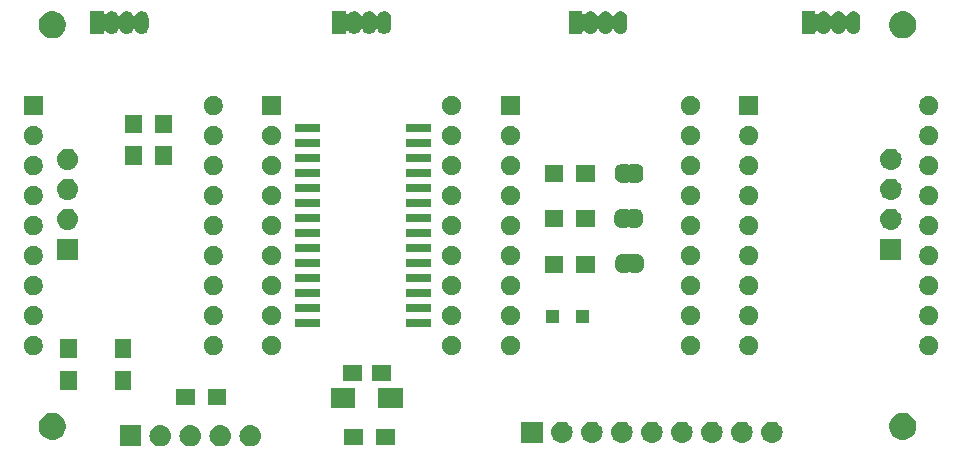
<source format=gbr>
G04 #@! TF.GenerationSoftware,KiCad,Pcbnew,(5.1.4)-1*
G04 #@! TF.CreationDate,2019-09-25T15:42:07+02:00*
G04 #@! TF.ProjectId,Display4x16segment,44697370-6c61-4793-9478-31367365676d,rev?*
G04 #@! TF.SameCoordinates,Original*
G04 #@! TF.FileFunction,Soldermask,Bot*
G04 #@! TF.FilePolarity,Negative*
%FSLAX46Y46*%
G04 Gerber Fmt 4.6, Leading zero omitted, Abs format (unit mm)*
G04 Created by KiCad (PCBNEW (5.1.4)-1) date 2019-09-25 15:42:07*
%MOMM*%
%LPD*%
G04 APERTURE LIST*
%ADD10C,0.100000*%
G04 APERTURE END LIST*
D10*
G36*
X170870442Y-136905518D02*
G01*
X170936627Y-136912037D01*
X171106466Y-136963557D01*
X171262991Y-137047222D01*
X171298729Y-137076552D01*
X171400186Y-137159814D01*
X171483448Y-137261271D01*
X171512778Y-137297009D01*
X171596443Y-137453534D01*
X171647963Y-137623373D01*
X171665359Y-137800000D01*
X171647963Y-137976627D01*
X171596443Y-138146466D01*
X171512778Y-138302991D01*
X171485325Y-138336442D01*
X171400186Y-138440186D01*
X171298729Y-138523448D01*
X171262991Y-138552778D01*
X171106466Y-138636443D01*
X170936627Y-138687963D01*
X170870442Y-138694482D01*
X170804260Y-138701000D01*
X170715740Y-138701000D01*
X170649558Y-138694482D01*
X170583373Y-138687963D01*
X170413534Y-138636443D01*
X170257009Y-138552778D01*
X170221271Y-138523448D01*
X170119814Y-138440186D01*
X170034675Y-138336442D01*
X170007222Y-138302991D01*
X169923557Y-138146466D01*
X169872037Y-137976627D01*
X169854641Y-137800000D01*
X169872037Y-137623373D01*
X169923557Y-137453534D01*
X170007222Y-137297009D01*
X170036552Y-137261271D01*
X170119814Y-137159814D01*
X170221271Y-137076552D01*
X170257009Y-137047222D01*
X170413534Y-136963557D01*
X170583373Y-136912037D01*
X170649558Y-136905518D01*
X170715740Y-136899000D01*
X170804260Y-136899000D01*
X170870442Y-136905518D01*
X170870442Y-136905518D01*
G37*
G36*
X168330442Y-136905518D02*
G01*
X168396627Y-136912037D01*
X168566466Y-136963557D01*
X168722991Y-137047222D01*
X168758729Y-137076552D01*
X168860186Y-137159814D01*
X168943448Y-137261271D01*
X168972778Y-137297009D01*
X169056443Y-137453534D01*
X169107963Y-137623373D01*
X169125359Y-137800000D01*
X169107963Y-137976627D01*
X169056443Y-138146466D01*
X168972778Y-138302991D01*
X168945325Y-138336442D01*
X168860186Y-138440186D01*
X168758729Y-138523448D01*
X168722991Y-138552778D01*
X168566466Y-138636443D01*
X168396627Y-138687963D01*
X168330442Y-138694482D01*
X168264260Y-138701000D01*
X168175740Y-138701000D01*
X168109558Y-138694482D01*
X168043373Y-138687963D01*
X167873534Y-138636443D01*
X167717009Y-138552778D01*
X167681271Y-138523448D01*
X167579814Y-138440186D01*
X167494675Y-138336442D01*
X167467222Y-138302991D01*
X167383557Y-138146466D01*
X167332037Y-137976627D01*
X167314641Y-137800000D01*
X167332037Y-137623373D01*
X167383557Y-137453534D01*
X167467222Y-137297009D01*
X167496552Y-137261271D01*
X167579814Y-137159814D01*
X167681271Y-137076552D01*
X167717009Y-137047222D01*
X167873534Y-136963557D01*
X168043373Y-136912037D01*
X168109558Y-136905518D01*
X168175740Y-136899000D01*
X168264260Y-136899000D01*
X168330442Y-136905518D01*
X168330442Y-136905518D01*
G37*
G36*
X161501000Y-138701000D02*
G01*
X159699000Y-138701000D01*
X159699000Y-136899000D01*
X161501000Y-136899000D01*
X161501000Y-138701000D01*
X161501000Y-138701000D01*
G37*
G36*
X165790442Y-136905518D02*
G01*
X165856627Y-136912037D01*
X166026466Y-136963557D01*
X166182991Y-137047222D01*
X166218729Y-137076552D01*
X166320186Y-137159814D01*
X166403448Y-137261271D01*
X166432778Y-137297009D01*
X166516443Y-137453534D01*
X166567963Y-137623373D01*
X166585359Y-137800000D01*
X166567963Y-137976627D01*
X166516443Y-138146466D01*
X166432778Y-138302991D01*
X166405325Y-138336442D01*
X166320186Y-138440186D01*
X166218729Y-138523448D01*
X166182991Y-138552778D01*
X166026466Y-138636443D01*
X165856627Y-138687963D01*
X165790442Y-138694482D01*
X165724260Y-138701000D01*
X165635740Y-138701000D01*
X165569558Y-138694482D01*
X165503373Y-138687963D01*
X165333534Y-138636443D01*
X165177009Y-138552778D01*
X165141271Y-138523448D01*
X165039814Y-138440186D01*
X164954675Y-138336442D01*
X164927222Y-138302991D01*
X164843557Y-138146466D01*
X164792037Y-137976627D01*
X164774641Y-137800000D01*
X164792037Y-137623373D01*
X164843557Y-137453534D01*
X164927222Y-137297009D01*
X164956552Y-137261271D01*
X165039814Y-137159814D01*
X165141271Y-137076552D01*
X165177009Y-137047222D01*
X165333534Y-136963557D01*
X165503373Y-136912037D01*
X165569558Y-136905518D01*
X165635740Y-136899000D01*
X165724260Y-136899000D01*
X165790442Y-136905518D01*
X165790442Y-136905518D01*
G37*
G36*
X163250442Y-136905518D02*
G01*
X163316627Y-136912037D01*
X163486466Y-136963557D01*
X163642991Y-137047222D01*
X163678729Y-137076552D01*
X163780186Y-137159814D01*
X163863448Y-137261271D01*
X163892778Y-137297009D01*
X163976443Y-137453534D01*
X164027963Y-137623373D01*
X164045359Y-137800000D01*
X164027963Y-137976627D01*
X163976443Y-138146466D01*
X163892778Y-138302991D01*
X163865325Y-138336442D01*
X163780186Y-138440186D01*
X163678729Y-138523448D01*
X163642991Y-138552778D01*
X163486466Y-138636443D01*
X163316627Y-138687963D01*
X163250442Y-138694482D01*
X163184260Y-138701000D01*
X163095740Y-138701000D01*
X163029558Y-138694482D01*
X162963373Y-138687963D01*
X162793534Y-138636443D01*
X162637009Y-138552778D01*
X162601271Y-138523448D01*
X162499814Y-138440186D01*
X162414675Y-138336442D01*
X162387222Y-138302991D01*
X162303557Y-138146466D01*
X162252037Y-137976627D01*
X162234641Y-137800000D01*
X162252037Y-137623373D01*
X162303557Y-137453534D01*
X162387222Y-137297009D01*
X162416552Y-137261271D01*
X162499814Y-137159814D01*
X162601271Y-137076552D01*
X162637009Y-137047222D01*
X162793534Y-136963557D01*
X162963373Y-136912037D01*
X163029558Y-136905518D01*
X163095740Y-136899000D01*
X163184260Y-136899000D01*
X163250442Y-136905518D01*
X163250442Y-136905518D01*
G37*
G36*
X180301000Y-138601000D02*
G01*
X178699000Y-138601000D01*
X178699000Y-137199000D01*
X180301000Y-137199000D01*
X180301000Y-138601000D01*
X180301000Y-138601000D01*
G37*
G36*
X183001000Y-138601000D02*
G01*
X181399000Y-138601000D01*
X181399000Y-137199000D01*
X183001000Y-137199000D01*
X183001000Y-138601000D01*
X183001000Y-138601000D01*
G37*
G36*
X212500442Y-136605518D02*
G01*
X212566627Y-136612037D01*
X212736466Y-136663557D01*
X212736468Y-136663558D01*
X212737794Y-136664267D01*
X212892991Y-136747222D01*
X212928729Y-136776552D01*
X213030186Y-136859814D01*
X213113448Y-136961271D01*
X213142778Y-136997009D01*
X213226443Y-137153534D01*
X213277963Y-137323373D01*
X213295359Y-137500000D01*
X213277963Y-137676627D01*
X213226443Y-137846466D01*
X213142778Y-138002991D01*
X213113448Y-138038729D01*
X213030186Y-138140186D01*
X212928729Y-138223448D01*
X212892991Y-138252778D01*
X212736466Y-138336443D01*
X212566627Y-138387963D01*
X212500442Y-138394482D01*
X212434260Y-138401000D01*
X212345740Y-138401000D01*
X212279558Y-138394482D01*
X212213373Y-138387963D01*
X212043534Y-138336443D01*
X211887009Y-138252778D01*
X211851271Y-138223448D01*
X211749814Y-138140186D01*
X211666552Y-138038729D01*
X211637222Y-138002991D01*
X211553557Y-137846466D01*
X211502037Y-137676627D01*
X211484641Y-137500000D01*
X211502037Y-137323373D01*
X211553557Y-137153534D01*
X211637222Y-136997009D01*
X211666552Y-136961271D01*
X211749814Y-136859814D01*
X211851271Y-136776552D01*
X211887009Y-136747222D01*
X212042206Y-136664267D01*
X212043532Y-136663558D01*
X212043534Y-136663557D01*
X212213373Y-136612037D01*
X212279558Y-136605518D01*
X212345740Y-136599000D01*
X212434260Y-136599000D01*
X212500442Y-136605518D01*
X212500442Y-136605518D01*
G37*
G36*
X215040442Y-136605518D02*
G01*
X215106627Y-136612037D01*
X215276466Y-136663557D01*
X215276468Y-136663558D01*
X215277794Y-136664267D01*
X215432991Y-136747222D01*
X215468729Y-136776552D01*
X215570186Y-136859814D01*
X215653448Y-136961271D01*
X215682778Y-136997009D01*
X215766443Y-137153534D01*
X215817963Y-137323373D01*
X215835359Y-137500000D01*
X215817963Y-137676627D01*
X215766443Y-137846466D01*
X215682778Y-138002991D01*
X215653448Y-138038729D01*
X215570186Y-138140186D01*
X215468729Y-138223448D01*
X215432991Y-138252778D01*
X215276466Y-138336443D01*
X215106627Y-138387963D01*
X215040442Y-138394482D01*
X214974260Y-138401000D01*
X214885740Y-138401000D01*
X214819558Y-138394482D01*
X214753373Y-138387963D01*
X214583534Y-138336443D01*
X214427009Y-138252778D01*
X214391271Y-138223448D01*
X214289814Y-138140186D01*
X214206552Y-138038729D01*
X214177222Y-138002991D01*
X214093557Y-137846466D01*
X214042037Y-137676627D01*
X214024641Y-137500000D01*
X214042037Y-137323373D01*
X214093557Y-137153534D01*
X214177222Y-136997009D01*
X214206552Y-136961271D01*
X214289814Y-136859814D01*
X214391271Y-136776552D01*
X214427009Y-136747222D01*
X214582206Y-136664267D01*
X214583532Y-136663558D01*
X214583534Y-136663557D01*
X214753373Y-136612037D01*
X214819558Y-136605518D01*
X214885740Y-136599000D01*
X214974260Y-136599000D01*
X215040442Y-136605518D01*
X215040442Y-136605518D01*
G37*
G36*
X209960442Y-136605518D02*
G01*
X210026627Y-136612037D01*
X210196466Y-136663557D01*
X210196468Y-136663558D01*
X210197794Y-136664267D01*
X210352991Y-136747222D01*
X210388729Y-136776552D01*
X210490186Y-136859814D01*
X210573448Y-136961271D01*
X210602778Y-136997009D01*
X210686443Y-137153534D01*
X210737963Y-137323373D01*
X210755359Y-137500000D01*
X210737963Y-137676627D01*
X210686443Y-137846466D01*
X210602778Y-138002991D01*
X210573448Y-138038729D01*
X210490186Y-138140186D01*
X210388729Y-138223448D01*
X210352991Y-138252778D01*
X210196466Y-138336443D01*
X210026627Y-138387963D01*
X209960442Y-138394482D01*
X209894260Y-138401000D01*
X209805740Y-138401000D01*
X209739558Y-138394482D01*
X209673373Y-138387963D01*
X209503534Y-138336443D01*
X209347009Y-138252778D01*
X209311271Y-138223448D01*
X209209814Y-138140186D01*
X209126552Y-138038729D01*
X209097222Y-138002991D01*
X209013557Y-137846466D01*
X208962037Y-137676627D01*
X208944641Y-137500000D01*
X208962037Y-137323373D01*
X209013557Y-137153534D01*
X209097222Y-136997009D01*
X209126552Y-136961271D01*
X209209814Y-136859814D01*
X209311271Y-136776552D01*
X209347009Y-136747222D01*
X209502206Y-136664267D01*
X209503532Y-136663558D01*
X209503534Y-136663557D01*
X209673373Y-136612037D01*
X209739558Y-136605518D01*
X209805740Y-136599000D01*
X209894260Y-136599000D01*
X209960442Y-136605518D01*
X209960442Y-136605518D01*
G37*
G36*
X207420442Y-136605518D02*
G01*
X207486627Y-136612037D01*
X207656466Y-136663557D01*
X207656468Y-136663558D01*
X207657794Y-136664267D01*
X207812991Y-136747222D01*
X207848729Y-136776552D01*
X207950186Y-136859814D01*
X208033448Y-136961271D01*
X208062778Y-136997009D01*
X208146443Y-137153534D01*
X208197963Y-137323373D01*
X208215359Y-137500000D01*
X208197963Y-137676627D01*
X208146443Y-137846466D01*
X208062778Y-138002991D01*
X208033448Y-138038729D01*
X207950186Y-138140186D01*
X207848729Y-138223448D01*
X207812991Y-138252778D01*
X207656466Y-138336443D01*
X207486627Y-138387963D01*
X207420442Y-138394482D01*
X207354260Y-138401000D01*
X207265740Y-138401000D01*
X207199558Y-138394482D01*
X207133373Y-138387963D01*
X206963534Y-138336443D01*
X206807009Y-138252778D01*
X206771271Y-138223448D01*
X206669814Y-138140186D01*
X206586552Y-138038729D01*
X206557222Y-138002991D01*
X206473557Y-137846466D01*
X206422037Y-137676627D01*
X206404641Y-137500000D01*
X206422037Y-137323373D01*
X206473557Y-137153534D01*
X206557222Y-136997009D01*
X206586552Y-136961271D01*
X206669814Y-136859814D01*
X206771271Y-136776552D01*
X206807009Y-136747222D01*
X206962206Y-136664267D01*
X206963532Y-136663558D01*
X206963534Y-136663557D01*
X207133373Y-136612037D01*
X207199558Y-136605518D01*
X207265740Y-136599000D01*
X207354260Y-136599000D01*
X207420442Y-136605518D01*
X207420442Y-136605518D01*
G37*
G36*
X204880442Y-136605518D02*
G01*
X204946627Y-136612037D01*
X205116466Y-136663557D01*
X205116468Y-136663558D01*
X205117794Y-136664267D01*
X205272991Y-136747222D01*
X205308729Y-136776552D01*
X205410186Y-136859814D01*
X205493448Y-136961271D01*
X205522778Y-136997009D01*
X205606443Y-137153534D01*
X205657963Y-137323373D01*
X205675359Y-137500000D01*
X205657963Y-137676627D01*
X205606443Y-137846466D01*
X205522778Y-138002991D01*
X205493448Y-138038729D01*
X205410186Y-138140186D01*
X205308729Y-138223448D01*
X205272991Y-138252778D01*
X205116466Y-138336443D01*
X204946627Y-138387963D01*
X204880442Y-138394482D01*
X204814260Y-138401000D01*
X204725740Y-138401000D01*
X204659558Y-138394482D01*
X204593373Y-138387963D01*
X204423534Y-138336443D01*
X204267009Y-138252778D01*
X204231271Y-138223448D01*
X204129814Y-138140186D01*
X204046552Y-138038729D01*
X204017222Y-138002991D01*
X203933557Y-137846466D01*
X203882037Y-137676627D01*
X203864641Y-137500000D01*
X203882037Y-137323373D01*
X203933557Y-137153534D01*
X204017222Y-136997009D01*
X204046552Y-136961271D01*
X204129814Y-136859814D01*
X204231271Y-136776552D01*
X204267009Y-136747222D01*
X204422206Y-136664267D01*
X204423532Y-136663558D01*
X204423534Y-136663557D01*
X204593373Y-136612037D01*
X204659558Y-136605518D01*
X204725740Y-136599000D01*
X204814260Y-136599000D01*
X204880442Y-136605518D01*
X204880442Y-136605518D01*
G37*
G36*
X202340442Y-136605518D02*
G01*
X202406627Y-136612037D01*
X202576466Y-136663557D01*
X202576468Y-136663558D01*
X202577794Y-136664267D01*
X202732991Y-136747222D01*
X202768729Y-136776552D01*
X202870186Y-136859814D01*
X202953448Y-136961271D01*
X202982778Y-136997009D01*
X203066443Y-137153534D01*
X203117963Y-137323373D01*
X203135359Y-137500000D01*
X203117963Y-137676627D01*
X203066443Y-137846466D01*
X202982778Y-138002991D01*
X202953448Y-138038729D01*
X202870186Y-138140186D01*
X202768729Y-138223448D01*
X202732991Y-138252778D01*
X202576466Y-138336443D01*
X202406627Y-138387963D01*
X202340442Y-138394482D01*
X202274260Y-138401000D01*
X202185740Y-138401000D01*
X202119558Y-138394482D01*
X202053373Y-138387963D01*
X201883534Y-138336443D01*
X201727009Y-138252778D01*
X201691271Y-138223448D01*
X201589814Y-138140186D01*
X201506552Y-138038729D01*
X201477222Y-138002991D01*
X201393557Y-137846466D01*
X201342037Y-137676627D01*
X201324641Y-137500000D01*
X201342037Y-137323373D01*
X201393557Y-137153534D01*
X201477222Y-136997009D01*
X201506552Y-136961271D01*
X201589814Y-136859814D01*
X201691271Y-136776552D01*
X201727009Y-136747222D01*
X201882206Y-136664267D01*
X201883532Y-136663558D01*
X201883534Y-136663557D01*
X202053373Y-136612037D01*
X202119558Y-136605518D01*
X202185740Y-136599000D01*
X202274260Y-136599000D01*
X202340442Y-136605518D01*
X202340442Y-136605518D01*
G37*
G36*
X199800442Y-136605518D02*
G01*
X199866627Y-136612037D01*
X200036466Y-136663557D01*
X200036468Y-136663558D01*
X200037794Y-136664267D01*
X200192991Y-136747222D01*
X200228729Y-136776552D01*
X200330186Y-136859814D01*
X200413448Y-136961271D01*
X200442778Y-136997009D01*
X200526443Y-137153534D01*
X200577963Y-137323373D01*
X200595359Y-137500000D01*
X200577963Y-137676627D01*
X200526443Y-137846466D01*
X200442778Y-138002991D01*
X200413448Y-138038729D01*
X200330186Y-138140186D01*
X200228729Y-138223448D01*
X200192991Y-138252778D01*
X200036466Y-138336443D01*
X199866627Y-138387963D01*
X199800442Y-138394482D01*
X199734260Y-138401000D01*
X199645740Y-138401000D01*
X199579558Y-138394482D01*
X199513373Y-138387963D01*
X199343534Y-138336443D01*
X199187009Y-138252778D01*
X199151271Y-138223448D01*
X199049814Y-138140186D01*
X198966552Y-138038729D01*
X198937222Y-138002991D01*
X198853557Y-137846466D01*
X198802037Y-137676627D01*
X198784641Y-137500000D01*
X198802037Y-137323373D01*
X198853557Y-137153534D01*
X198937222Y-136997009D01*
X198966552Y-136961271D01*
X199049814Y-136859814D01*
X199151271Y-136776552D01*
X199187009Y-136747222D01*
X199342206Y-136664267D01*
X199343532Y-136663558D01*
X199343534Y-136663557D01*
X199513373Y-136612037D01*
X199579558Y-136605518D01*
X199645740Y-136599000D01*
X199734260Y-136599000D01*
X199800442Y-136605518D01*
X199800442Y-136605518D01*
G37*
G36*
X197260442Y-136605518D02*
G01*
X197326627Y-136612037D01*
X197496466Y-136663557D01*
X197496468Y-136663558D01*
X197497794Y-136664267D01*
X197652991Y-136747222D01*
X197688729Y-136776552D01*
X197790186Y-136859814D01*
X197873448Y-136961271D01*
X197902778Y-136997009D01*
X197986443Y-137153534D01*
X198037963Y-137323373D01*
X198055359Y-137500000D01*
X198037963Y-137676627D01*
X197986443Y-137846466D01*
X197902778Y-138002991D01*
X197873448Y-138038729D01*
X197790186Y-138140186D01*
X197688729Y-138223448D01*
X197652991Y-138252778D01*
X197496466Y-138336443D01*
X197326627Y-138387963D01*
X197260442Y-138394482D01*
X197194260Y-138401000D01*
X197105740Y-138401000D01*
X197039558Y-138394482D01*
X196973373Y-138387963D01*
X196803534Y-138336443D01*
X196647009Y-138252778D01*
X196611271Y-138223448D01*
X196509814Y-138140186D01*
X196426552Y-138038729D01*
X196397222Y-138002991D01*
X196313557Y-137846466D01*
X196262037Y-137676627D01*
X196244641Y-137500000D01*
X196262037Y-137323373D01*
X196313557Y-137153534D01*
X196397222Y-136997009D01*
X196426552Y-136961271D01*
X196509814Y-136859814D01*
X196611271Y-136776552D01*
X196647009Y-136747222D01*
X196802206Y-136664267D01*
X196803532Y-136663558D01*
X196803534Y-136663557D01*
X196973373Y-136612037D01*
X197039558Y-136605518D01*
X197105740Y-136599000D01*
X197194260Y-136599000D01*
X197260442Y-136605518D01*
X197260442Y-136605518D01*
G37*
G36*
X195511000Y-138401000D02*
G01*
X193709000Y-138401000D01*
X193709000Y-136599000D01*
X195511000Y-136599000D01*
X195511000Y-138401000D01*
X195511000Y-138401000D01*
G37*
G36*
X154224549Y-135871116D02*
G01*
X154335734Y-135893232D01*
X154545203Y-135979997D01*
X154733720Y-136105960D01*
X154894040Y-136266280D01*
X155020003Y-136454797D01*
X155106768Y-136664266D01*
X155151000Y-136886636D01*
X155151000Y-137113364D01*
X155106768Y-137335734D01*
X155020003Y-137545203D01*
X154894040Y-137733720D01*
X154733720Y-137894040D01*
X154545203Y-138020003D01*
X154335734Y-138106768D01*
X154224549Y-138128884D01*
X154113365Y-138151000D01*
X153886635Y-138151000D01*
X153775451Y-138128884D01*
X153664266Y-138106768D01*
X153454797Y-138020003D01*
X153266280Y-137894040D01*
X153105960Y-137733720D01*
X152979997Y-137545203D01*
X152893232Y-137335734D01*
X152849000Y-137113364D01*
X152849000Y-136886636D01*
X152893232Y-136664266D01*
X152979997Y-136454797D01*
X153105960Y-136266280D01*
X153266280Y-136105960D01*
X153454797Y-135979997D01*
X153664266Y-135893232D01*
X153775451Y-135871116D01*
X153886635Y-135849000D01*
X154113365Y-135849000D01*
X154224549Y-135871116D01*
X154224549Y-135871116D01*
G37*
G36*
X226224549Y-135871116D02*
G01*
X226335734Y-135893232D01*
X226545203Y-135979997D01*
X226733720Y-136105960D01*
X226894040Y-136266280D01*
X227020003Y-136454797D01*
X227106768Y-136664266D01*
X227151000Y-136886636D01*
X227151000Y-137113364D01*
X227106768Y-137335734D01*
X227020003Y-137545203D01*
X226894040Y-137733720D01*
X226733720Y-137894040D01*
X226545203Y-138020003D01*
X226335734Y-138106768D01*
X226224549Y-138128884D01*
X226113365Y-138151000D01*
X225886635Y-138151000D01*
X225775451Y-138128884D01*
X225664266Y-138106768D01*
X225454797Y-138020003D01*
X225266280Y-137894040D01*
X225105960Y-137733720D01*
X224979997Y-137545203D01*
X224893232Y-137335734D01*
X224849000Y-137113364D01*
X224849000Y-136886636D01*
X224893232Y-136664266D01*
X224979997Y-136454797D01*
X225105960Y-136266280D01*
X225266280Y-136105960D01*
X225454797Y-135979997D01*
X225664266Y-135893232D01*
X225775451Y-135871116D01*
X225886635Y-135849000D01*
X226113365Y-135849000D01*
X226224549Y-135871116D01*
X226224549Y-135871116D01*
G37*
G36*
X179671000Y-135471000D02*
G01*
X177569000Y-135471000D01*
X177569000Y-133769000D01*
X179671000Y-133769000D01*
X179671000Y-135471000D01*
X179671000Y-135471000D01*
G37*
G36*
X183671000Y-135471000D02*
G01*
X181569000Y-135471000D01*
X181569000Y-133769000D01*
X183671000Y-133769000D01*
X183671000Y-135471000D01*
X183671000Y-135471000D01*
G37*
G36*
X166051000Y-135201000D02*
G01*
X164449000Y-135201000D01*
X164449000Y-133799000D01*
X166051000Y-133799000D01*
X166051000Y-135201000D01*
X166051000Y-135201000D01*
G37*
G36*
X168751000Y-135201000D02*
G01*
X167149000Y-135201000D01*
X167149000Y-133799000D01*
X168751000Y-133799000D01*
X168751000Y-135201000D01*
X168751000Y-135201000D01*
G37*
G36*
X156101000Y-133901000D02*
G01*
X154699000Y-133901000D01*
X154699000Y-132299000D01*
X156101000Y-132299000D01*
X156101000Y-133901000D01*
X156101000Y-133901000D01*
G37*
G36*
X160701000Y-133901000D02*
G01*
X159299000Y-133901000D01*
X159299000Y-132299000D01*
X160701000Y-132299000D01*
X160701000Y-133901000D01*
X160701000Y-133901000D01*
G37*
G36*
X182691000Y-133176000D02*
G01*
X181089000Y-133176000D01*
X181089000Y-131824000D01*
X182691000Y-131824000D01*
X182691000Y-133176000D01*
X182691000Y-133176000D01*
G37*
G36*
X180191000Y-133176000D02*
G01*
X178589000Y-133176000D01*
X178589000Y-131824000D01*
X180191000Y-131824000D01*
X180191000Y-133176000D01*
X180191000Y-133176000D01*
G37*
G36*
X156101000Y-131201000D02*
G01*
X154699000Y-131201000D01*
X154699000Y-129599000D01*
X156101000Y-129599000D01*
X156101000Y-131201000D01*
X156101000Y-131201000D01*
G37*
G36*
X160701000Y-131201000D02*
G01*
X159299000Y-131201000D01*
X159299000Y-129599000D01*
X160701000Y-129599000D01*
X160701000Y-131201000D01*
X160701000Y-131201000D01*
G37*
G36*
X208257142Y-129378242D02*
G01*
X208405101Y-129439529D01*
X208538255Y-129528499D01*
X208651501Y-129641745D01*
X208740471Y-129774899D01*
X208801758Y-129922858D01*
X208833000Y-130079925D01*
X208833000Y-130240075D01*
X208801758Y-130397142D01*
X208740471Y-130545101D01*
X208651501Y-130678255D01*
X208538255Y-130791501D01*
X208405101Y-130880471D01*
X208257142Y-130941758D01*
X208100075Y-130973000D01*
X207939925Y-130973000D01*
X207782858Y-130941758D01*
X207634899Y-130880471D01*
X207501745Y-130791501D01*
X207388499Y-130678255D01*
X207299529Y-130545101D01*
X207238242Y-130397142D01*
X207207000Y-130240075D01*
X207207000Y-130079925D01*
X207238242Y-129922858D01*
X207299529Y-129774899D01*
X207388499Y-129641745D01*
X207501745Y-129528499D01*
X207634899Y-129439529D01*
X207782858Y-129378242D01*
X207939925Y-129347000D01*
X208100075Y-129347000D01*
X208257142Y-129378242D01*
X208257142Y-129378242D01*
G37*
G36*
X228457142Y-129378242D02*
G01*
X228605101Y-129439529D01*
X228738255Y-129528499D01*
X228851501Y-129641745D01*
X228940471Y-129774899D01*
X229001758Y-129922858D01*
X229033000Y-130079925D01*
X229033000Y-130240075D01*
X229001758Y-130397142D01*
X228940471Y-130545101D01*
X228851501Y-130678255D01*
X228738255Y-130791501D01*
X228605101Y-130880471D01*
X228457142Y-130941758D01*
X228300075Y-130973000D01*
X228139925Y-130973000D01*
X227982858Y-130941758D01*
X227834899Y-130880471D01*
X227701745Y-130791501D01*
X227588499Y-130678255D01*
X227499529Y-130545101D01*
X227438242Y-130397142D01*
X227407000Y-130240075D01*
X227407000Y-130079925D01*
X227438242Y-129922858D01*
X227499529Y-129774899D01*
X227588499Y-129641745D01*
X227701745Y-129528499D01*
X227834899Y-129439529D01*
X227982858Y-129378242D01*
X228139925Y-129347000D01*
X228300075Y-129347000D01*
X228457142Y-129378242D01*
X228457142Y-129378242D01*
G37*
G36*
X213217142Y-129378242D02*
G01*
X213365101Y-129439529D01*
X213498255Y-129528499D01*
X213611501Y-129641745D01*
X213700471Y-129774899D01*
X213761758Y-129922858D01*
X213793000Y-130079925D01*
X213793000Y-130240075D01*
X213761758Y-130397142D01*
X213700471Y-130545101D01*
X213611501Y-130678255D01*
X213498255Y-130791501D01*
X213365101Y-130880471D01*
X213217142Y-130941758D01*
X213060075Y-130973000D01*
X212899925Y-130973000D01*
X212742858Y-130941758D01*
X212594899Y-130880471D01*
X212461745Y-130791501D01*
X212348499Y-130678255D01*
X212259529Y-130545101D01*
X212198242Y-130397142D01*
X212167000Y-130240075D01*
X212167000Y-130079925D01*
X212198242Y-129922858D01*
X212259529Y-129774899D01*
X212348499Y-129641745D01*
X212461745Y-129528499D01*
X212594899Y-129439529D01*
X212742858Y-129378242D01*
X212899925Y-129347000D01*
X213060075Y-129347000D01*
X213217142Y-129378242D01*
X213217142Y-129378242D01*
G37*
G36*
X193017142Y-129378242D02*
G01*
X193165101Y-129439529D01*
X193298255Y-129528499D01*
X193411501Y-129641745D01*
X193500471Y-129774899D01*
X193561758Y-129922858D01*
X193593000Y-130079925D01*
X193593000Y-130240075D01*
X193561758Y-130397142D01*
X193500471Y-130545101D01*
X193411501Y-130678255D01*
X193298255Y-130791501D01*
X193165101Y-130880471D01*
X193017142Y-130941758D01*
X192860075Y-130973000D01*
X192699925Y-130973000D01*
X192542858Y-130941758D01*
X192394899Y-130880471D01*
X192261745Y-130791501D01*
X192148499Y-130678255D01*
X192059529Y-130545101D01*
X191998242Y-130397142D01*
X191967000Y-130240075D01*
X191967000Y-130079925D01*
X191998242Y-129922858D01*
X192059529Y-129774899D01*
X192148499Y-129641745D01*
X192261745Y-129528499D01*
X192394899Y-129439529D01*
X192542858Y-129378242D01*
X192699925Y-129347000D01*
X192860075Y-129347000D01*
X193017142Y-129378242D01*
X193017142Y-129378242D01*
G37*
G36*
X188057142Y-129378242D02*
G01*
X188205101Y-129439529D01*
X188338255Y-129528499D01*
X188451501Y-129641745D01*
X188540471Y-129774899D01*
X188601758Y-129922858D01*
X188633000Y-130079925D01*
X188633000Y-130240075D01*
X188601758Y-130397142D01*
X188540471Y-130545101D01*
X188451501Y-130678255D01*
X188338255Y-130791501D01*
X188205101Y-130880471D01*
X188057142Y-130941758D01*
X187900075Y-130973000D01*
X187739925Y-130973000D01*
X187582858Y-130941758D01*
X187434899Y-130880471D01*
X187301745Y-130791501D01*
X187188499Y-130678255D01*
X187099529Y-130545101D01*
X187038242Y-130397142D01*
X187007000Y-130240075D01*
X187007000Y-130079925D01*
X187038242Y-129922858D01*
X187099529Y-129774899D01*
X187188499Y-129641745D01*
X187301745Y-129528499D01*
X187434899Y-129439529D01*
X187582858Y-129378242D01*
X187739925Y-129347000D01*
X187900075Y-129347000D01*
X188057142Y-129378242D01*
X188057142Y-129378242D01*
G37*
G36*
X172817142Y-129378242D02*
G01*
X172965101Y-129439529D01*
X173098255Y-129528499D01*
X173211501Y-129641745D01*
X173300471Y-129774899D01*
X173361758Y-129922858D01*
X173393000Y-130079925D01*
X173393000Y-130240075D01*
X173361758Y-130397142D01*
X173300471Y-130545101D01*
X173211501Y-130678255D01*
X173098255Y-130791501D01*
X172965101Y-130880471D01*
X172817142Y-130941758D01*
X172660075Y-130973000D01*
X172499925Y-130973000D01*
X172342858Y-130941758D01*
X172194899Y-130880471D01*
X172061745Y-130791501D01*
X171948499Y-130678255D01*
X171859529Y-130545101D01*
X171798242Y-130397142D01*
X171767000Y-130240075D01*
X171767000Y-130079925D01*
X171798242Y-129922858D01*
X171859529Y-129774899D01*
X171948499Y-129641745D01*
X172061745Y-129528499D01*
X172194899Y-129439529D01*
X172342858Y-129378242D01*
X172499925Y-129347000D01*
X172660075Y-129347000D01*
X172817142Y-129378242D01*
X172817142Y-129378242D01*
G37*
G36*
X167857142Y-129378242D02*
G01*
X168005101Y-129439529D01*
X168138255Y-129528499D01*
X168251501Y-129641745D01*
X168340471Y-129774899D01*
X168401758Y-129922858D01*
X168433000Y-130079925D01*
X168433000Y-130240075D01*
X168401758Y-130397142D01*
X168340471Y-130545101D01*
X168251501Y-130678255D01*
X168138255Y-130791501D01*
X168005101Y-130880471D01*
X167857142Y-130941758D01*
X167700075Y-130973000D01*
X167539925Y-130973000D01*
X167382858Y-130941758D01*
X167234899Y-130880471D01*
X167101745Y-130791501D01*
X166988499Y-130678255D01*
X166899529Y-130545101D01*
X166838242Y-130397142D01*
X166807000Y-130240075D01*
X166807000Y-130079925D01*
X166838242Y-129922858D01*
X166899529Y-129774899D01*
X166988499Y-129641745D01*
X167101745Y-129528499D01*
X167234899Y-129439529D01*
X167382858Y-129378242D01*
X167539925Y-129347000D01*
X167700075Y-129347000D01*
X167857142Y-129378242D01*
X167857142Y-129378242D01*
G37*
G36*
X152617142Y-129378242D02*
G01*
X152765101Y-129439529D01*
X152898255Y-129528499D01*
X153011501Y-129641745D01*
X153100471Y-129774899D01*
X153161758Y-129922858D01*
X153193000Y-130079925D01*
X153193000Y-130240075D01*
X153161758Y-130397142D01*
X153100471Y-130545101D01*
X153011501Y-130678255D01*
X152898255Y-130791501D01*
X152765101Y-130880471D01*
X152617142Y-130941758D01*
X152460075Y-130973000D01*
X152299925Y-130973000D01*
X152142858Y-130941758D01*
X151994899Y-130880471D01*
X151861745Y-130791501D01*
X151748499Y-130678255D01*
X151659529Y-130545101D01*
X151598242Y-130397142D01*
X151567000Y-130240075D01*
X151567000Y-130079925D01*
X151598242Y-129922858D01*
X151659529Y-129774899D01*
X151748499Y-129641745D01*
X151861745Y-129528499D01*
X151994899Y-129439529D01*
X152142858Y-129378242D01*
X152299925Y-129347000D01*
X152460075Y-129347000D01*
X152617142Y-129378242D01*
X152617142Y-129378242D01*
G37*
G36*
X186051000Y-128606000D02*
G01*
X183949000Y-128606000D01*
X183949000Y-127904000D01*
X186051000Y-127904000D01*
X186051000Y-128606000D01*
X186051000Y-128606000D01*
G37*
G36*
X176651000Y-128606000D02*
G01*
X174549000Y-128606000D01*
X174549000Y-127904000D01*
X176651000Y-127904000D01*
X176651000Y-128606000D01*
X176651000Y-128606000D01*
G37*
G36*
X152617142Y-126838242D02*
G01*
X152765101Y-126899529D01*
X152898255Y-126988499D01*
X153011501Y-127101745D01*
X153100471Y-127234899D01*
X153161758Y-127382858D01*
X153193000Y-127539925D01*
X153193000Y-127700075D01*
X153161758Y-127857142D01*
X153100471Y-128005101D01*
X153011501Y-128138255D01*
X152898255Y-128251501D01*
X152765101Y-128340471D01*
X152617142Y-128401758D01*
X152460075Y-128433000D01*
X152299925Y-128433000D01*
X152142858Y-128401758D01*
X151994899Y-128340471D01*
X151861745Y-128251501D01*
X151748499Y-128138255D01*
X151659529Y-128005101D01*
X151598242Y-127857142D01*
X151567000Y-127700075D01*
X151567000Y-127539925D01*
X151598242Y-127382858D01*
X151659529Y-127234899D01*
X151748499Y-127101745D01*
X151861745Y-126988499D01*
X151994899Y-126899529D01*
X152142858Y-126838242D01*
X152299925Y-126807000D01*
X152460075Y-126807000D01*
X152617142Y-126838242D01*
X152617142Y-126838242D01*
G37*
G36*
X228457142Y-126838242D02*
G01*
X228605101Y-126899529D01*
X228738255Y-126988499D01*
X228851501Y-127101745D01*
X228940471Y-127234899D01*
X229001758Y-127382858D01*
X229033000Y-127539925D01*
X229033000Y-127700075D01*
X229001758Y-127857142D01*
X228940471Y-128005101D01*
X228851501Y-128138255D01*
X228738255Y-128251501D01*
X228605101Y-128340471D01*
X228457142Y-128401758D01*
X228300075Y-128433000D01*
X228139925Y-128433000D01*
X227982858Y-128401758D01*
X227834899Y-128340471D01*
X227701745Y-128251501D01*
X227588499Y-128138255D01*
X227499529Y-128005101D01*
X227438242Y-127857142D01*
X227407000Y-127700075D01*
X227407000Y-127539925D01*
X227438242Y-127382858D01*
X227499529Y-127234899D01*
X227588499Y-127101745D01*
X227701745Y-126988499D01*
X227834899Y-126899529D01*
X227982858Y-126838242D01*
X228139925Y-126807000D01*
X228300075Y-126807000D01*
X228457142Y-126838242D01*
X228457142Y-126838242D01*
G37*
G36*
X213217142Y-126838242D02*
G01*
X213365101Y-126899529D01*
X213498255Y-126988499D01*
X213611501Y-127101745D01*
X213700471Y-127234899D01*
X213761758Y-127382858D01*
X213793000Y-127539925D01*
X213793000Y-127700075D01*
X213761758Y-127857142D01*
X213700471Y-128005101D01*
X213611501Y-128138255D01*
X213498255Y-128251501D01*
X213365101Y-128340471D01*
X213217142Y-128401758D01*
X213060075Y-128433000D01*
X212899925Y-128433000D01*
X212742858Y-128401758D01*
X212594899Y-128340471D01*
X212461745Y-128251501D01*
X212348499Y-128138255D01*
X212259529Y-128005101D01*
X212198242Y-127857142D01*
X212167000Y-127700075D01*
X212167000Y-127539925D01*
X212198242Y-127382858D01*
X212259529Y-127234899D01*
X212348499Y-127101745D01*
X212461745Y-126988499D01*
X212594899Y-126899529D01*
X212742858Y-126838242D01*
X212899925Y-126807000D01*
X213060075Y-126807000D01*
X213217142Y-126838242D01*
X213217142Y-126838242D01*
G37*
G36*
X193017142Y-126838242D02*
G01*
X193165101Y-126899529D01*
X193298255Y-126988499D01*
X193411501Y-127101745D01*
X193500471Y-127234899D01*
X193561758Y-127382858D01*
X193593000Y-127539925D01*
X193593000Y-127700075D01*
X193561758Y-127857142D01*
X193500471Y-128005101D01*
X193411501Y-128138255D01*
X193298255Y-128251501D01*
X193165101Y-128340471D01*
X193017142Y-128401758D01*
X192860075Y-128433000D01*
X192699925Y-128433000D01*
X192542858Y-128401758D01*
X192394899Y-128340471D01*
X192261745Y-128251501D01*
X192148499Y-128138255D01*
X192059529Y-128005101D01*
X191998242Y-127857142D01*
X191967000Y-127700075D01*
X191967000Y-127539925D01*
X191998242Y-127382858D01*
X192059529Y-127234899D01*
X192148499Y-127101745D01*
X192261745Y-126988499D01*
X192394899Y-126899529D01*
X192542858Y-126838242D01*
X192699925Y-126807000D01*
X192860075Y-126807000D01*
X193017142Y-126838242D01*
X193017142Y-126838242D01*
G37*
G36*
X188057142Y-126838242D02*
G01*
X188205101Y-126899529D01*
X188338255Y-126988499D01*
X188451501Y-127101745D01*
X188540471Y-127234899D01*
X188601758Y-127382858D01*
X188633000Y-127539925D01*
X188633000Y-127700075D01*
X188601758Y-127857142D01*
X188540471Y-128005101D01*
X188451501Y-128138255D01*
X188338255Y-128251501D01*
X188205101Y-128340471D01*
X188057142Y-128401758D01*
X187900075Y-128433000D01*
X187739925Y-128433000D01*
X187582858Y-128401758D01*
X187434899Y-128340471D01*
X187301745Y-128251501D01*
X187188499Y-128138255D01*
X187099529Y-128005101D01*
X187038242Y-127857142D01*
X187007000Y-127700075D01*
X187007000Y-127539925D01*
X187038242Y-127382858D01*
X187099529Y-127234899D01*
X187188499Y-127101745D01*
X187301745Y-126988499D01*
X187434899Y-126899529D01*
X187582858Y-126838242D01*
X187739925Y-126807000D01*
X187900075Y-126807000D01*
X188057142Y-126838242D01*
X188057142Y-126838242D01*
G37*
G36*
X172817142Y-126838242D02*
G01*
X172965101Y-126899529D01*
X173098255Y-126988499D01*
X173211501Y-127101745D01*
X173300471Y-127234899D01*
X173361758Y-127382858D01*
X173393000Y-127539925D01*
X173393000Y-127700075D01*
X173361758Y-127857142D01*
X173300471Y-128005101D01*
X173211501Y-128138255D01*
X173098255Y-128251501D01*
X172965101Y-128340471D01*
X172817142Y-128401758D01*
X172660075Y-128433000D01*
X172499925Y-128433000D01*
X172342858Y-128401758D01*
X172194899Y-128340471D01*
X172061745Y-128251501D01*
X171948499Y-128138255D01*
X171859529Y-128005101D01*
X171798242Y-127857142D01*
X171767000Y-127700075D01*
X171767000Y-127539925D01*
X171798242Y-127382858D01*
X171859529Y-127234899D01*
X171948499Y-127101745D01*
X172061745Y-126988499D01*
X172194899Y-126899529D01*
X172342858Y-126838242D01*
X172499925Y-126807000D01*
X172660075Y-126807000D01*
X172817142Y-126838242D01*
X172817142Y-126838242D01*
G37*
G36*
X167857142Y-126838242D02*
G01*
X168005101Y-126899529D01*
X168138255Y-126988499D01*
X168251501Y-127101745D01*
X168340471Y-127234899D01*
X168401758Y-127382858D01*
X168433000Y-127539925D01*
X168433000Y-127700075D01*
X168401758Y-127857142D01*
X168340471Y-128005101D01*
X168251501Y-128138255D01*
X168138255Y-128251501D01*
X168005101Y-128340471D01*
X167857142Y-128401758D01*
X167700075Y-128433000D01*
X167539925Y-128433000D01*
X167382858Y-128401758D01*
X167234899Y-128340471D01*
X167101745Y-128251501D01*
X166988499Y-128138255D01*
X166899529Y-128005101D01*
X166838242Y-127857142D01*
X166807000Y-127700075D01*
X166807000Y-127539925D01*
X166838242Y-127382858D01*
X166899529Y-127234899D01*
X166988499Y-127101745D01*
X167101745Y-126988499D01*
X167234899Y-126899529D01*
X167382858Y-126838242D01*
X167539925Y-126807000D01*
X167700075Y-126807000D01*
X167857142Y-126838242D01*
X167857142Y-126838242D01*
G37*
G36*
X208257142Y-126838242D02*
G01*
X208405101Y-126899529D01*
X208538255Y-126988499D01*
X208651501Y-127101745D01*
X208740471Y-127234899D01*
X208801758Y-127382858D01*
X208833000Y-127539925D01*
X208833000Y-127700075D01*
X208801758Y-127857142D01*
X208740471Y-128005101D01*
X208651501Y-128138255D01*
X208538255Y-128251501D01*
X208405101Y-128340471D01*
X208257142Y-128401758D01*
X208100075Y-128433000D01*
X207939925Y-128433000D01*
X207782858Y-128401758D01*
X207634899Y-128340471D01*
X207501745Y-128251501D01*
X207388499Y-128138255D01*
X207299529Y-128005101D01*
X207238242Y-127857142D01*
X207207000Y-127700075D01*
X207207000Y-127539925D01*
X207238242Y-127382858D01*
X207299529Y-127234899D01*
X207388499Y-127101745D01*
X207501745Y-126988499D01*
X207634899Y-126899529D01*
X207782858Y-126838242D01*
X207939925Y-126807000D01*
X208100075Y-126807000D01*
X208257142Y-126838242D01*
X208257142Y-126838242D01*
G37*
G36*
X196933280Y-128254580D02*
G01*
X195831280Y-128254580D01*
X195831280Y-127152580D01*
X196933280Y-127152580D01*
X196933280Y-128254580D01*
X196933280Y-128254580D01*
G37*
G36*
X199433280Y-128254580D02*
G01*
X198331280Y-128254580D01*
X198331280Y-127152580D01*
X199433280Y-127152580D01*
X199433280Y-128254580D01*
X199433280Y-128254580D01*
G37*
G36*
X176651000Y-127336000D02*
G01*
X174549000Y-127336000D01*
X174549000Y-126634000D01*
X176651000Y-126634000D01*
X176651000Y-127336000D01*
X176651000Y-127336000D01*
G37*
G36*
X186051000Y-127336000D02*
G01*
X183949000Y-127336000D01*
X183949000Y-126634000D01*
X186051000Y-126634000D01*
X186051000Y-127336000D01*
X186051000Y-127336000D01*
G37*
G36*
X176651000Y-126066000D02*
G01*
X174549000Y-126066000D01*
X174549000Y-125364000D01*
X176651000Y-125364000D01*
X176651000Y-126066000D01*
X176651000Y-126066000D01*
G37*
G36*
X186051000Y-126066000D02*
G01*
X183949000Y-126066000D01*
X183949000Y-125364000D01*
X186051000Y-125364000D01*
X186051000Y-126066000D01*
X186051000Y-126066000D01*
G37*
G36*
X228457142Y-124298242D02*
G01*
X228605101Y-124359529D01*
X228738255Y-124448499D01*
X228851501Y-124561745D01*
X228940471Y-124694899D01*
X229001758Y-124842858D01*
X229033000Y-124999925D01*
X229033000Y-125160075D01*
X229001758Y-125317142D01*
X228940471Y-125465101D01*
X228851501Y-125598255D01*
X228738255Y-125711501D01*
X228605101Y-125800471D01*
X228457142Y-125861758D01*
X228300075Y-125893000D01*
X228139925Y-125893000D01*
X227982858Y-125861758D01*
X227834899Y-125800471D01*
X227701745Y-125711501D01*
X227588499Y-125598255D01*
X227499529Y-125465101D01*
X227438242Y-125317142D01*
X227407000Y-125160075D01*
X227407000Y-124999925D01*
X227438242Y-124842858D01*
X227499529Y-124694899D01*
X227588499Y-124561745D01*
X227701745Y-124448499D01*
X227834899Y-124359529D01*
X227982858Y-124298242D01*
X228139925Y-124267000D01*
X228300075Y-124267000D01*
X228457142Y-124298242D01*
X228457142Y-124298242D01*
G37*
G36*
X213217142Y-124298242D02*
G01*
X213365101Y-124359529D01*
X213498255Y-124448499D01*
X213611501Y-124561745D01*
X213700471Y-124694899D01*
X213761758Y-124842858D01*
X213793000Y-124999925D01*
X213793000Y-125160075D01*
X213761758Y-125317142D01*
X213700471Y-125465101D01*
X213611501Y-125598255D01*
X213498255Y-125711501D01*
X213365101Y-125800471D01*
X213217142Y-125861758D01*
X213060075Y-125893000D01*
X212899925Y-125893000D01*
X212742858Y-125861758D01*
X212594899Y-125800471D01*
X212461745Y-125711501D01*
X212348499Y-125598255D01*
X212259529Y-125465101D01*
X212198242Y-125317142D01*
X212167000Y-125160075D01*
X212167000Y-124999925D01*
X212198242Y-124842858D01*
X212259529Y-124694899D01*
X212348499Y-124561745D01*
X212461745Y-124448499D01*
X212594899Y-124359529D01*
X212742858Y-124298242D01*
X212899925Y-124267000D01*
X213060075Y-124267000D01*
X213217142Y-124298242D01*
X213217142Y-124298242D01*
G37*
G36*
X208257142Y-124298242D02*
G01*
X208405101Y-124359529D01*
X208538255Y-124448499D01*
X208651501Y-124561745D01*
X208740471Y-124694899D01*
X208801758Y-124842858D01*
X208833000Y-124999925D01*
X208833000Y-125160075D01*
X208801758Y-125317142D01*
X208740471Y-125465101D01*
X208651501Y-125598255D01*
X208538255Y-125711501D01*
X208405101Y-125800471D01*
X208257142Y-125861758D01*
X208100075Y-125893000D01*
X207939925Y-125893000D01*
X207782858Y-125861758D01*
X207634899Y-125800471D01*
X207501745Y-125711501D01*
X207388499Y-125598255D01*
X207299529Y-125465101D01*
X207238242Y-125317142D01*
X207207000Y-125160075D01*
X207207000Y-124999925D01*
X207238242Y-124842858D01*
X207299529Y-124694899D01*
X207388499Y-124561745D01*
X207501745Y-124448499D01*
X207634899Y-124359529D01*
X207782858Y-124298242D01*
X207939925Y-124267000D01*
X208100075Y-124267000D01*
X208257142Y-124298242D01*
X208257142Y-124298242D01*
G37*
G36*
X193017142Y-124298242D02*
G01*
X193165101Y-124359529D01*
X193298255Y-124448499D01*
X193411501Y-124561745D01*
X193500471Y-124694899D01*
X193561758Y-124842858D01*
X193593000Y-124999925D01*
X193593000Y-125160075D01*
X193561758Y-125317142D01*
X193500471Y-125465101D01*
X193411501Y-125598255D01*
X193298255Y-125711501D01*
X193165101Y-125800471D01*
X193017142Y-125861758D01*
X192860075Y-125893000D01*
X192699925Y-125893000D01*
X192542858Y-125861758D01*
X192394899Y-125800471D01*
X192261745Y-125711501D01*
X192148499Y-125598255D01*
X192059529Y-125465101D01*
X191998242Y-125317142D01*
X191967000Y-125160075D01*
X191967000Y-124999925D01*
X191998242Y-124842858D01*
X192059529Y-124694899D01*
X192148499Y-124561745D01*
X192261745Y-124448499D01*
X192394899Y-124359529D01*
X192542858Y-124298242D01*
X192699925Y-124267000D01*
X192860075Y-124267000D01*
X193017142Y-124298242D01*
X193017142Y-124298242D01*
G37*
G36*
X188057142Y-124298242D02*
G01*
X188205101Y-124359529D01*
X188338255Y-124448499D01*
X188451501Y-124561745D01*
X188540471Y-124694899D01*
X188601758Y-124842858D01*
X188633000Y-124999925D01*
X188633000Y-125160075D01*
X188601758Y-125317142D01*
X188540471Y-125465101D01*
X188451501Y-125598255D01*
X188338255Y-125711501D01*
X188205101Y-125800471D01*
X188057142Y-125861758D01*
X187900075Y-125893000D01*
X187739925Y-125893000D01*
X187582858Y-125861758D01*
X187434899Y-125800471D01*
X187301745Y-125711501D01*
X187188499Y-125598255D01*
X187099529Y-125465101D01*
X187038242Y-125317142D01*
X187007000Y-125160075D01*
X187007000Y-124999925D01*
X187038242Y-124842858D01*
X187099529Y-124694899D01*
X187188499Y-124561745D01*
X187301745Y-124448499D01*
X187434899Y-124359529D01*
X187582858Y-124298242D01*
X187739925Y-124267000D01*
X187900075Y-124267000D01*
X188057142Y-124298242D01*
X188057142Y-124298242D01*
G37*
G36*
X172817142Y-124298242D02*
G01*
X172965101Y-124359529D01*
X173098255Y-124448499D01*
X173211501Y-124561745D01*
X173300471Y-124694899D01*
X173361758Y-124842858D01*
X173393000Y-124999925D01*
X173393000Y-125160075D01*
X173361758Y-125317142D01*
X173300471Y-125465101D01*
X173211501Y-125598255D01*
X173098255Y-125711501D01*
X172965101Y-125800471D01*
X172817142Y-125861758D01*
X172660075Y-125893000D01*
X172499925Y-125893000D01*
X172342858Y-125861758D01*
X172194899Y-125800471D01*
X172061745Y-125711501D01*
X171948499Y-125598255D01*
X171859529Y-125465101D01*
X171798242Y-125317142D01*
X171767000Y-125160075D01*
X171767000Y-124999925D01*
X171798242Y-124842858D01*
X171859529Y-124694899D01*
X171948499Y-124561745D01*
X172061745Y-124448499D01*
X172194899Y-124359529D01*
X172342858Y-124298242D01*
X172499925Y-124267000D01*
X172660075Y-124267000D01*
X172817142Y-124298242D01*
X172817142Y-124298242D01*
G37*
G36*
X167857142Y-124298242D02*
G01*
X168005101Y-124359529D01*
X168138255Y-124448499D01*
X168251501Y-124561745D01*
X168340471Y-124694899D01*
X168401758Y-124842858D01*
X168433000Y-124999925D01*
X168433000Y-125160075D01*
X168401758Y-125317142D01*
X168340471Y-125465101D01*
X168251501Y-125598255D01*
X168138255Y-125711501D01*
X168005101Y-125800471D01*
X167857142Y-125861758D01*
X167700075Y-125893000D01*
X167539925Y-125893000D01*
X167382858Y-125861758D01*
X167234899Y-125800471D01*
X167101745Y-125711501D01*
X166988499Y-125598255D01*
X166899529Y-125465101D01*
X166838242Y-125317142D01*
X166807000Y-125160075D01*
X166807000Y-124999925D01*
X166838242Y-124842858D01*
X166899529Y-124694899D01*
X166988499Y-124561745D01*
X167101745Y-124448499D01*
X167234899Y-124359529D01*
X167382858Y-124298242D01*
X167539925Y-124267000D01*
X167700075Y-124267000D01*
X167857142Y-124298242D01*
X167857142Y-124298242D01*
G37*
G36*
X152617142Y-124298242D02*
G01*
X152765101Y-124359529D01*
X152898255Y-124448499D01*
X153011501Y-124561745D01*
X153100471Y-124694899D01*
X153161758Y-124842858D01*
X153193000Y-124999925D01*
X153193000Y-125160075D01*
X153161758Y-125317142D01*
X153100471Y-125465101D01*
X153011501Y-125598255D01*
X152898255Y-125711501D01*
X152765101Y-125800471D01*
X152617142Y-125861758D01*
X152460075Y-125893000D01*
X152299925Y-125893000D01*
X152142858Y-125861758D01*
X151994899Y-125800471D01*
X151861745Y-125711501D01*
X151748499Y-125598255D01*
X151659529Y-125465101D01*
X151598242Y-125317142D01*
X151567000Y-125160075D01*
X151567000Y-124999925D01*
X151598242Y-124842858D01*
X151659529Y-124694899D01*
X151748499Y-124561745D01*
X151861745Y-124448499D01*
X151994899Y-124359529D01*
X152142858Y-124298242D01*
X152299925Y-124267000D01*
X152460075Y-124267000D01*
X152617142Y-124298242D01*
X152617142Y-124298242D01*
G37*
G36*
X176651000Y-124796000D02*
G01*
X174549000Y-124796000D01*
X174549000Y-124094000D01*
X176651000Y-124094000D01*
X176651000Y-124796000D01*
X176651000Y-124796000D01*
G37*
G36*
X186051000Y-124796000D02*
G01*
X183949000Y-124796000D01*
X183949000Y-124094000D01*
X186051000Y-124094000D01*
X186051000Y-124796000D01*
X186051000Y-124796000D01*
G37*
G36*
X197280460Y-123997680D02*
G01*
X195678460Y-123997680D01*
X195678460Y-122595680D01*
X197280460Y-122595680D01*
X197280460Y-123997680D01*
X197280460Y-123997680D01*
G37*
G36*
X199980460Y-123997680D02*
G01*
X198378460Y-123997680D01*
X198378460Y-122595680D01*
X199980460Y-122595680D01*
X199980460Y-123997680D01*
X199980460Y-123997680D01*
G37*
G36*
X202739999Y-122389737D02*
G01*
X202749608Y-122392652D01*
X202758472Y-122397390D01*
X202766237Y-122403763D01*
X202776448Y-122416206D01*
X202783378Y-122426575D01*
X202800705Y-122443902D01*
X202821080Y-122457515D01*
X202843720Y-122466891D01*
X202867753Y-122471671D01*
X202892257Y-122471670D01*
X202916290Y-122466888D01*
X202938929Y-122457510D01*
X202959302Y-122443895D01*
X202976629Y-122426568D01*
X202983558Y-122416198D01*
X202993763Y-122403763D01*
X203001528Y-122397390D01*
X203010392Y-122392652D01*
X203020001Y-122389737D01*
X203036140Y-122388148D01*
X203523861Y-122388148D01*
X203542199Y-122389954D01*
X203554450Y-122390556D01*
X203572869Y-122390556D01*
X203595149Y-122392750D01*
X203679233Y-122409476D01*
X203700660Y-122415976D01*
X203779858Y-122448780D01*
X203785303Y-122451691D01*
X203785309Y-122451693D01*
X203794169Y-122456429D01*
X203794173Y-122456432D01*
X203799614Y-122459340D01*
X203870899Y-122506971D01*
X203888204Y-122521172D01*
X203948828Y-122581796D01*
X203963029Y-122599101D01*
X204010660Y-122670386D01*
X204013568Y-122675827D01*
X204013571Y-122675831D01*
X204018307Y-122684691D01*
X204018309Y-122684697D01*
X204021220Y-122690142D01*
X204054024Y-122769340D01*
X204060524Y-122790767D01*
X204077250Y-122874851D01*
X204079444Y-122897131D01*
X204079444Y-122915550D01*
X204080046Y-122927801D01*
X204081852Y-122946139D01*
X204081852Y-123433862D01*
X204080046Y-123452199D01*
X204079444Y-123464450D01*
X204079444Y-123482869D01*
X204077250Y-123505149D01*
X204060524Y-123589233D01*
X204054024Y-123610660D01*
X204021220Y-123689858D01*
X204018309Y-123695303D01*
X204018307Y-123695309D01*
X204013571Y-123704169D01*
X204013568Y-123704173D01*
X204010660Y-123709614D01*
X203963029Y-123780899D01*
X203948828Y-123798204D01*
X203888204Y-123858828D01*
X203870899Y-123873029D01*
X203799614Y-123920660D01*
X203794173Y-123923568D01*
X203794169Y-123923571D01*
X203785309Y-123928307D01*
X203785303Y-123928309D01*
X203779858Y-123931220D01*
X203700660Y-123964024D01*
X203679233Y-123970524D01*
X203595149Y-123987250D01*
X203572869Y-123989444D01*
X203554450Y-123989444D01*
X203542199Y-123990046D01*
X203523862Y-123991852D01*
X203036140Y-123991852D01*
X203020001Y-123990263D01*
X203010392Y-123987348D01*
X203001528Y-123982610D01*
X202993763Y-123976237D01*
X202983552Y-123963794D01*
X202976622Y-123953425D01*
X202959295Y-123936098D01*
X202938920Y-123922485D01*
X202916280Y-123913109D01*
X202892247Y-123908329D01*
X202867743Y-123908330D01*
X202843710Y-123913112D01*
X202821071Y-123922490D01*
X202800698Y-123936105D01*
X202783371Y-123953432D01*
X202776442Y-123963802D01*
X202766237Y-123976237D01*
X202758472Y-123982610D01*
X202749608Y-123987348D01*
X202739999Y-123990263D01*
X202723860Y-123991852D01*
X202236138Y-123991852D01*
X202217801Y-123990046D01*
X202205550Y-123989444D01*
X202187131Y-123989444D01*
X202164851Y-123987250D01*
X202080767Y-123970524D01*
X202059340Y-123964024D01*
X201980142Y-123931220D01*
X201974697Y-123928309D01*
X201974691Y-123928307D01*
X201965831Y-123923571D01*
X201965827Y-123923568D01*
X201960386Y-123920660D01*
X201889101Y-123873029D01*
X201871796Y-123858828D01*
X201811172Y-123798204D01*
X201796971Y-123780899D01*
X201749340Y-123709614D01*
X201746432Y-123704173D01*
X201746429Y-123704169D01*
X201741693Y-123695309D01*
X201741691Y-123695303D01*
X201738780Y-123689858D01*
X201705976Y-123610660D01*
X201699476Y-123589233D01*
X201682750Y-123505149D01*
X201680556Y-123482869D01*
X201680556Y-123464450D01*
X201679954Y-123452199D01*
X201678148Y-123433862D01*
X201678148Y-122946139D01*
X201679954Y-122927801D01*
X201680556Y-122915550D01*
X201680556Y-122897131D01*
X201682750Y-122874851D01*
X201699476Y-122790767D01*
X201705976Y-122769340D01*
X201738780Y-122690142D01*
X201741691Y-122684697D01*
X201741693Y-122684691D01*
X201746429Y-122675831D01*
X201746432Y-122675827D01*
X201749340Y-122670386D01*
X201796971Y-122599101D01*
X201811172Y-122581796D01*
X201871796Y-122521172D01*
X201889101Y-122506971D01*
X201960386Y-122459340D01*
X201965827Y-122456432D01*
X201965831Y-122456429D01*
X201974691Y-122451693D01*
X201974697Y-122451691D01*
X201980142Y-122448780D01*
X202059340Y-122415976D01*
X202080767Y-122409476D01*
X202164851Y-122392750D01*
X202187131Y-122390556D01*
X202205550Y-122390556D01*
X202217801Y-122389954D01*
X202236139Y-122388148D01*
X202723860Y-122388148D01*
X202739999Y-122389737D01*
X202739999Y-122389737D01*
G37*
G36*
X186051000Y-123526000D02*
G01*
X183949000Y-123526000D01*
X183949000Y-122824000D01*
X186051000Y-122824000D01*
X186051000Y-123526000D01*
X186051000Y-123526000D01*
G37*
G36*
X176651000Y-123526000D02*
G01*
X174549000Y-123526000D01*
X174549000Y-122824000D01*
X176651000Y-122824000D01*
X176651000Y-123526000D01*
X176651000Y-123526000D01*
G37*
G36*
X213217142Y-121758242D02*
G01*
X213365101Y-121819529D01*
X213498255Y-121908499D01*
X213611501Y-122021745D01*
X213700471Y-122154899D01*
X213761758Y-122302858D01*
X213793000Y-122459925D01*
X213793000Y-122620075D01*
X213761758Y-122777142D01*
X213700471Y-122925101D01*
X213611501Y-123058255D01*
X213498255Y-123171501D01*
X213365101Y-123260471D01*
X213217142Y-123321758D01*
X213060075Y-123353000D01*
X212899925Y-123353000D01*
X212742858Y-123321758D01*
X212594899Y-123260471D01*
X212461745Y-123171501D01*
X212348499Y-123058255D01*
X212259529Y-122925101D01*
X212198242Y-122777142D01*
X212167000Y-122620075D01*
X212167000Y-122459925D01*
X212198242Y-122302858D01*
X212259529Y-122154899D01*
X212348499Y-122021745D01*
X212461745Y-121908499D01*
X212594899Y-121819529D01*
X212742858Y-121758242D01*
X212899925Y-121727000D01*
X213060075Y-121727000D01*
X213217142Y-121758242D01*
X213217142Y-121758242D01*
G37*
G36*
X228457142Y-121758242D02*
G01*
X228605101Y-121819529D01*
X228738255Y-121908499D01*
X228851501Y-122021745D01*
X228940471Y-122154899D01*
X229001758Y-122302858D01*
X229033000Y-122459925D01*
X229033000Y-122620075D01*
X229001758Y-122777142D01*
X228940471Y-122925101D01*
X228851501Y-123058255D01*
X228738255Y-123171501D01*
X228605101Y-123260471D01*
X228457142Y-123321758D01*
X228300075Y-123353000D01*
X228139925Y-123353000D01*
X227982858Y-123321758D01*
X227834899Y-123260471D01*
X227701745Y-123171501D01*
X227588499Y-123058255D01*
X227499529Y-122925101D01*
X227438242Y-122777142D01*
X227407000Y-122620075D01*
X227407000Y-122459925D01*
X227438242Y-122302858D01*
X227499529Y-122154899D01*
X227588499Y-122021745D01*
X227701745Y-121908499D01*
X227834899Y-121819529D01*
X227982858Y-121758242D01*
X228139925Y-121727000D01*
X228300075Y-121727000D01*
X228457142Y-121758242D01*
X228457142Y-121758242D01*
G37*
G36*
X208257142Y-121758242D02*
G01*
X208405101Y-121819529D01*
X208538255Y-121908499D01*
X208651501Y-122021745D01*
X208740471Y-122154899D01*
X208801758Y-122302858D01*
X208833000Y-122459925D01*
X208833000Y-122620075D01*
X208801758Y-122777142D01*
X208740471Y-122925101D01*
X208651501Y-123058255D01*
X208538255Y-123171501D01*
X208405101Y-123260471D01*
X208257142Y-123321758D01*
X208100075Y-123353000D01*
X207939925Y-123353000D01*
X207782858Y-123321758D01*
X207634899Y-123260471D01*
X207501745Y-123171501D01*
X207388499Y-123058255D01*
X207299529Y-122925101D01*
X207238242Y-122777142D01*
X207207000Y-122620075D01*
X207207000Y-122459925D01*
X207238242Y-122302858D01*
X207299529Y-122154899D01*
X207388499Y-122021745D01*
X207501745Y-121908499D01*
X207634899Y-121819529D01*
X207782858Y-121758242D01*
X207939925Y-121727000D01*
X208100075Y-121727000D01*
X208257142Y-121758242D01*
X208257142Y-121758242D01*
G37*
G36*
X152617142Y-121758242D02*
G01*
X152765101Y-121819529D01*
X152898255Y-121908499D01*
X153011501Y-122021745D01*
X153100471Y-122154899D01*
X153161758Y-122302858D01*
X153193000Y-122459925D01*
X153193000Y-122620075D01*
X153161758Y-122777142D01*
X153100471Y-122925101D01*
X153011501Y-123058255D01*
X152898255Y-123171501D01*
X152765101Y-123260471D01*
X152617142Y-123321758D01*
X152460075Y-123353000D01*
X152299925Y-123353000D01*
X152142858Y-123321758D01*
X151994899Y-123260471D01*
X151861745Y-123171501D01*
X151748499Y-123058255D01*
X151659529Y-122925101D01*
X151598242Y-122777142D01*
X151567000Y-122620075D01*
X151567000Y-122459925D01*
X151598242Y-122302858D01*
X151659529Y-122154899D01*
X151748499Y-122021745D01*
X151861745Y-121908499D01*
X151994899Y-121819529D01*
X152142858Y-121758242D01*
X152299925Y-121727000D01*
X152460075Y-121727000D01*
X152617142Y-121758242D01*
X152617142Y-121758242D01*
G37*
G36*
X172817142Y-121758242D02*
G01*
X172965101Y-121819529D01*
X173098255Y-121908499D01*
X173211501Y-122021745D01*
X173300471Y-122154899D01*
X173361758Y-122302858D01*
X173393000Y-122459925D01*
X173393000Y-122620075D01*
X173361758Y-122777142D01*
X173300471Y-122925101D01*
X173211501Y-123058255D01*
X173098255Y-123171501D01*
X172965101Y-123260471D01*
X172817142Y-123321758D01*
X172660075Y-123353000D01*
X172499925Y-123353000D01*
X172342858Y-123321758D01*
X172194899Y-123260471D01*
X172061745Y-123171501D01*
X171948499Y-123058255D01*
X171859529Y-122925101D01*
X171798242Y-122777142D01*
X171767000Y-122620075D01*
X171767000Y-122459925D01*
X171798242Y-122302858D01*
X171859529Y-122154899D01*
X171948499Y-122021745D01*
X172061745Y-121908499D01*
X172194899Y-121819529D01*
X172342858Y-121758242D01*
X172499925Y-121727000D01*
X172660075Y-121727000D01*
X172817142Y-121758242D01*
X172817142Y-121758242D01*
G37*
G36*
X193017142Y-121758242D02*
G01*
X193165101Y-121819529D01*
X193298255Y-121908499D01*
X193411501Y-122021745D01*
X193500471Y-122154899D01*
X193561758Y-122302858D01*
X193593000Y-122459925D01*
X193593000Y-122620075D01*
X193561758Y-122777142D01*
X193500471Y-122925101D01*
X193411501Y-123058255D01*
X193298255Y-123171501D01*
X193165101Y-123260471D01*
X193017142Y-123321758D01*
X192860075Y-123353000D01*
X192699925Y-123353000D01*
X192542858Y-123321758D01*
X192394899Y-123260471D01*
X192261745Y-123171501D01*
X192148499Y-123058255D01*
X192059529Y-122925101D01*
X191998242Y-122777142D01*
X191967000Y-122620075D01*
X191967000Y-122459925D01*
X191998242Y-122302858D01*
X192059529Y-122154899D01*
X192148499Y-122021745D01*
X192261745Y-121908499D01*
X192394899Y-121819529D01*
X192542858Y-121758242D01*
X192699925Y-121727000D01*
X192860075Y-121727000D01*
X193017142Y-121758242D01*
X193017142Y-121758242D01*
G37*
G36*
X188057142Y-121758242D02*
G01*
X188205101Y-121819529D01*
X188338255Y-121908499D01*
X188451501Y-122021745D01*
X188540471Y-122154899D01*
X188601758Y-122302858D01*
X188633000Y-122459925D01*
X188633000Y-122620075D01*
X188601758Y-122777142D01*
X188540471Y-122925101D01*
X188451501Y-123058255D01*
X188338255Y-123171501D01*
X188205101Y-123260471D01*
X188057142Y-123321758D01*
X187900075Y-123353000D01*
X187739925Y-123353000D01*
X187582858Y-123321758D01*
X187434899Y-123260471D01*
X187301745Y-123171501D01*
X187188499Y-123058255D01*
X187099529Y-122925101D01*
X187038242Y-122777142D01*
X187007000Y-122620075D01*
X187007000Y-122459925D01*
X187038242Y-122302858D01*
X187099529Y-122154899D01*
X187188499Y-122021745D01*
X187301745Y-121908499D01*
X187434899Y-121819529D01*
X187582858Y-121758242D01*
X187739925Y-121727000D01*
X187900075Y-121727000D01*
X188057142Y-121758242D01*
X188057142Y-121758242D01*
G37*
G36*
X167857142Y-121758242D02*
G01*
X168005101Y-121819529D01*
X168138255Y-121908499D01*
X168251501Y-122021745D01*
X168340471Y-122154899D01*
X168401758Y-122302858D01*
X168433000Y-122459925D01*
X168433000Y-122620075D01*
X168401758Y-122777142D01*
X168340471Y-122925101D01*
X168251501Y-123058255D01*
X168138255Y-123171501D01*
X168005101Y-123260471D01*
X167857142Y-123321758D01*
X167700075Y-123353000D01*
X167539925Y-123353000D01*
X167382858Y-123321758D01*
X167234899Y-123260471D01*
X167101745Y-123171501D01*
X166988499Y-123058255D01*
X166899529Y-122925101D01*
X166838242Y-122777142D01*
X166807000Y-122620075D01*
X166807000Y-122459925D01*
X166838242Y-122302858D01*
X166899529Y-122154899D01*
X166988499Y-122021745D01*
X167101745Y-121908499D01*
X167234899Y-121819529D01*
X167382858Y-121758242D01*
X167539925Y-121727000D01*
X167700075Y-121727000D01*
X167857142Y-121758242D01*
X167857142Y-121758242D01*
G37*
G36*
X156201000Y-122901000D02*
G01*
X154399000Y-122901000D01*
X154399000Y-121099000D01*
X156201000Y-121099000D01*
X156201000Y-122901000D01*
X156201000Y-122901000D01*
G37*
G36*
X225901000Y-122901000D02*
G01*
X224099000Y-122901000D01*
X224099000Y-121099000D01*
X225901000Y-121099000D01*
X225901000Y-122901000D01*
X225901000Y-122901000D01*
G37*
G36*
X186051000Y-122256000D02*
G01*
X183949000Y-122256000D01*
X183949000Y-121554000D01*
X186051000Y-121554000D01*
X186051000Y-122256000D01*
X186051000Y-122256000D01*
G37*
G36*
X176651000Y-122256000D02*
G01*
X174549000Y-122256000D01*
X174549000Y-121554000D01*
X176651000Y-121554000D01*
X176651000Y-122256000D01*
X176651000Y-122256000D01*
G37*
G36*
X186051000Y-120986000D02*
G01*
X183949000Y-120986000D01*
X183949000Y-120284000D01*
X186051000Y-120284000D01*
X186051000Y-120986000D01*
X186051000Y-120986000D01*
G37*
G36*
X176651000Y-120986000D02*
G01*
X174549000Y-120986000D01*
X174549000Y-120284000D01*
X176651000Y-120284000D01*
X176651000Y-120986000D01*
X176651000Y-120986000D01*
G37*
G36*
X213217142Y-119218242D02*
G01*
X213365101Y-119279529D01*
X213498255Y-119368499D01*
X213611501Y-119481745D01*
X213700471Y-119614899D01*
X213761758Y-119762858D01*
X213793000Y-119919925D01*
X213793000Y-120080075D01*
X213761758Y-120237142D01*
X213700471Y-120385101D01*
X213611501Y-120518255D01*
X213498255Y-120631501D01*
X213365101Y-120720471D01*
X213217142Y-120781758D01*
X213060075Y-120813000D01*
X212899925Y-120813000D01*
X212742858Y-120781758D01*
X212594899Y-120720471D01*
X212461745Y-120631501D01*
X212348499Y-120518255D01*
X212259529Y-120385101D01*
X212198242Y-120237142D01*
X212167000Y-120080075D01*
X212167000Y-119919925D01*
X212198242Y-119762858D01*
X212259529Y-119614899D01*
X212348499Y-119481745D01*
X212461745Y-119368499D01*
X212594899Y-119279529D01*
X212742858Y-119218242D01*
X212899925Y-119187000D01*
X213060075Y-119187000D01*
X213217142Y-119218242D01*
X213217142Y-119218242D01*
G37*
G36*
X152617142Y-119218242D02*
G01*
X152765101Y-119279529D01*
X152898255Y-119368499D01*
X153011501Y-119481745D01*
X153100471Y-119614899D01*
X153161758Y-119762858D01*
X153193000Y-119919925D01*
X153193000Y-120080075D01*
X153161758Y-120237142D01*
X153100471Y-120385101D01*
X153011501Y-120518255D01*
X152898255Y-120631501D01*
X152765101Y-120720471D01*
X152617142Y-120781758D01*
X152460075Y-120813000D01*
X152299925Y-120813000D01*
X152142858Y-120781758D01*
X151994899Y-120720471D01*
X151861745Y-120631501D01*
X151748499Y-120518255D01*
X151659529Y-120385101D01*
X151598242Y-120237142D01*
X151567000Y-120080075D01*
X151567000Y-119919925D01*
X151598242Y-119762858D01*
X151659529Y-119614899D01*
X151748499Y-119481745D01*
X151861745Y-119368499D01*
X151994899Y-119279529D01*
X152142858Y-119218242D01*
X152299925Y-119187000D01*
X152460075Y-119187000D01*
X152617142Y-119218242D01*
X152617142Y-119218242D01*
G37*
G36*
X167857142Y-119218242D02*
G01*
X168005101Y-119279529D01*
X168138255Y-119368499D01*
X168251501Y-119481745D01*
X168340471Y-119614899D01*
X168401758Y-119762858D01*
X168433000Y-119919925D01*
X168433000Y-120080075D01*
X168401758Y-120237142D01*
X168340471Y-120385101D01*
X168251501Y-120518255D01*
X168138255Y-120631501D01*
X168005101Y-120720471D01*
X167857142Y-120781758D01*
X167700075Y-120813000D01*
X167539925Y-120813000D01*
X167382858Y-120781758D01*
X167234899Y-120720471D01*
X167101745Y-120631501D01*
X166988499Y-120518255D01*
X166899529Y-120385101D01*
X166838242Y-120237142D01*
X166807000Y-120080075D01*
X166807000Y-119919925D01*
X166838242Y-119762858D01*
X166899529Y-119614899D01*
X166988499Y-119481745D01*
X167101745Y-119368499D01*
X167234899Y-119279529D01*
X167382858Y-119218242D01*
X167539925Y-119187000D01*
X167700075Y-119187000D01*
X167857142Y-119218242D01*
X167857142Y-119218242D01*
G37*
G36*
X193017142Y-119218242D02*
G01*
X193165101Y-119279529D01*
X193298255Y-119368499D01*
X193411501Y-119481745D01*
X193500471Y-119614899D01*
X193561758Y-119762858D01*
X193593000Y-119919925D01*
X193593000Y-120080075D01*
X193561758Y-120237142D01*
X193500471Y-120385101D01*
X193411501Y-120518255D01*
X193298255Y-120631501D01*
X193165101Y-120720471D01*
X193017142Y-120781758D01*
X192860075Y-120813000D01*
X192699925Y-120813000D01*
X192542858Y-120781758D01*
X192394899Y-120720471D01*
X192261745Y-120631501D01*
X192148499Y-120518255D01*
X192059529Y-120385101D01*
X191998242Y-120237142D01*
X191967000Y-120080075D01*
X191967000Y-119919925D01*
X191998242Y-119762858D01*
X192059529Y-119614899D01*
X192148499Y-119481745D01*
X192261745Y-119368499D01*
X192394899Y-119279529D01*
X192542858Y-119218242D01*
X192699925Y-119187000D01*
X192860075Y-119187000D01*
X193017142Y-119218242D01*
X193017142Y-119218242D01*
G37*
G36*
X172817142Y-119218242D02*
G01*
X172965101Y-119279529D01*
X173098255Y-119368499D01*
X173211501Y-119481745D01*
X173300471Y-119614899D01*
X173361758Y-119762858D01*
X173393000Y-119919925D01*
X173393000Y-120080075D01*
X173361758Y-120237142D01*
X173300471Y-120385101D01*
X173211501Y-120518255D01*
X173098255Y-120631501D01*
X172965101Y-120720471D01*
X172817142Y-120781758D01*
X172660075Y-120813000D01*
X172499925Y-120813000D01*
X172342858Y-120781758D01*
X172194899Y-120720471D01*
X172061745Y-120631501D01*
X171948499Y-120518255D01*
X171859529Y-120385101D01*
X171798242Y-120237142D01*
X171767000Y-120080075D01*
X171767000Y-119919925D01*
X171798242Y-119762858D01*
X171859529Y-119614899D01*
X171948499Y-119481745D01*
X172061745Y-119368499D01*
X172194899Y-119279529D01*
X172342858Y-119218242D01*
X172499925Y-119187000D01*
X172660075Y-119187000D01*
X172817142Y-119218242D01*
X172817142Y-119218242D01*
G37*
G36*
X208257142Y-119218242D02*
G01*
X208405101Y-119279529D01*
X208538255Y-119368499D01*
X208651501Y-119481745D01*
X208740471Y-119614899D01*
X208801758Y-119762858D01*
X208833000Y-119919925D01*
X208833000Y-120080075D01*
X208801758Y-120237142D01*
X208740471Y-120385101D01*
X208651501Y-120518255D01*
X208538255Y-120631501D01*
X208405101Y-120720471D01*
X208257142Y-120781758D01*
X208100075Y-120813000D01*
X207939925Y-120813000D01*
X207782858Y-120781758D01*
X207634899Y-120720471D01*
X207501745Y-120631501D01*
X207388499Y-120518255D01*
X207299529Y-120385101D01*
X207238242Y-120237142D01*
X207207000Y-120080075D01*
X207207000Y-119919925D01*
X207238242Y-119762858D01*
X207299529Y-119614899D01*
X207388499Y-119481745D01*
X207501745Y-119368499D01*
X207634899Y-119279529D01*
X207782858Y-119218242D01*
X207939925Y-119187000D01*
X208100075Y-119187000D01*
X208257142Y-119218242D01*
X208257142Y-119218242D01*
G37*
G36*
X228457142Y-119218242D02*
G01*
X228605101Y-119279529D01*
X228738255Y-119368499D01*
X228851501Y-119481745D01*
X228940471Y-119614899D01*
X229001758Y-119762858D01*
X229033000Y-119919925D01*
X229033000Y-120080075D01*
X229001758Y-120237142D01*
X228940471Y-120385101D01*
X228851501Y-120518255D01*
X228738255Y-120631501D01*
X228605101Y-120720471D01*
X228457142Y-120781758D01*
X228300075Y-120813000D01*
X228139925Y-120813000D01*
X227982858Y-120781758D01*
X227834899Y-120720471D01*
X227701745Y-120631501D01*
X227588499Y-120518255D01*
X227499529Y-120385101D01*
X227438242Y-120237142D01*
X227407000Y-120080075D01*
X227407000Y-119919925D01*
X227438242Y-119762858D01*
X227499529Y-119614899D01*
X227588499Y-119481745D01*
X227701745Y-119368499D01*
X227834899Y-119279529D01*
X227982858Y-119218242D01*
X228139925Y-119187000D01*
X228300075Y-119187000D01*
X228457142Y-119218242D01*
X228457142Y-119218242D01*
G37*
G36*
X188057142Y-119218242D02*
G01*
X188205101Y-119279529D01*
X188338255Y-119368499D01*
X188451501Y-119481745D01*
X188540471Y-119614899D01*
X188601758Y-119762858D01*
X188633000Y-119919925D01*
X188633000Y-120080075D01*
X188601758Y-120237142D01*
X188540471Y-120385101D01*
X188451501Y-120518255D01*
X188338255Y-120631501D01*
X188205101Y-120720471D01*
X188057142Y-120781758D01*
X187900075Y-120813000D01*
X187739925Y-120813000D01*
X187582858Y-120781758D01*
X187434899Y-120720471D01*
X187301745Y-120631501D01*
X187188499Y-120518255D01*
X187099529Y-120385101D01*
X187038242Y-120237142D01*
X187007000Y-120080075D01*
X187007000Y-119919925D01*
X187038242Y-119762858D01*
X187099529Y-119614899D01*
X187188499Y-119481745D01*
X187301745Y-119368499D01*
X187434899Y-119279529D01*
X187582858Y-119218242D01*
X187739925Y-119187000D01*
X187900075Y-119187000D01*
X188057142Y-119218242D01*
X188057142Y-119218242D01*
G37*
G36*
X225110442Y-118565518D02*
G01*
X225176627Y-118572037D01*
X225346466Y-118623557D01*
X225502991Y-118707222D01*
X225538729Y-118736552D01*
X225640186Y-118819814D01*
X225723448Y-118921271D01*
X225752778Y-118957009D01*
X225836443Y-119113534D01*
X225887963Y-119283373D01*
X225905359Y-119460000D01*
X225887963Y-119636627D01*
X225836443Y-119806466D01*
X225752778Y-119962991D01*
X225732086Y-119988204D01*
X225640186Y-120100186D01*
X225543608Y-120179444D01*
X225502991Y-120212778D01*
X225346466Y-120296443D01*
X225176627Y-120347963D01*
X225110442Y-120354482D01*
X225044260Y-120361000D01*
X224955740Y-120361000D01*
X224889558Y-120354482D01*
X224823373Y-120347963D01*
X224653534Y-120296443D01*
X224497009Y-120212778D01*
X224456392Y-120179444D01*
X224359814Y-120100186D01*
X224267914Y-119988204D01*
X224247222Y-119962991D01*
X224163557Y-119806466D01*
X224112037Y-119636627D01*
X224094641Y-119460000D01*
X224112037Y-119283373D01*
X224163557Y-119113534D01*
X224247222Y-118957009D01*
X224276552Y-118921271D01*
X224359814Y-118819814D01*
X224461271Y-118736552D01*
X224497009Y-118707222D01*
X224653534Y-118623557D01*
X224823373Y-118572037D01*
X224889558Y-118565518D01*
X224955740Y-118559000D01*
X225044260Y-118559000D01*
X225110442Y-118565518D01*
X225110442Y-118565518D01*
G37*
G36*
X155410442Y-118565518D02*
G01*
X155476627Y-118572037D01*
X155646466Y-118623557D01*
X155802991Y-118707222D01*
X155838729Y-118736552D01*
X155940186Y-118819814D01*
X156023448Y-118921271D01*
X156052778Y-118957009D01*
X156136443Y-119113534D01*
X156187963Y-119283373D01*
X156205359Y-119460000D01*
X156187963Y-119636627D01*
X156136443Y-119806466D01*
X156052778Y-119962991D01*
X156032086Y-119988204D01*
X155940186Y-120100186D01*
X155843608Y-120179444D01*
X155802991Y-120212778D01*
X155646466Y-120296443D01*
X155476627Y-120347963D01*
X155410442Y-120354482D01*
X155344260Y-120361000D01*
X155255740Y-120361000D01*
X155189558Y-120354482D01*
X155123373Y-120347963D01*
X154953534Y-120296443D01*
X154797009Y-120212778D01*
X154756392Y-120179444D01*
X154659814Y-120100186D01*
X154567914Y-119988204D01*
X154547222Y-119962991D01*
X154463557Y-119806466D01*
X154412037Y-119636627D01*
X154394641Y-119460000D01*
X154412037Y-119283373D01*
X154463557Y-119113534D01*
X154547222Y-118957009D01*
X154576552Y-118921271D01*
X154659814Y-118819814D01*
X154761271Y-118736552D01*
X154797009Y-118707222D01*
X154953534Y-118623557D01*
X155123373Y-118572037D01*
X155189558Y-118565518D01*
X155255740Y-118559000D01*
X155344260Y-118559000D01*
X155410442Y-118565518D01*
X155410442Y-118565518D01*
G37*
G36*
X202659999Y-118579737D02*
G01*
X202669608Y-118582652D01*
X202678472Y-118587390D01*
X202686237Y-118593763D01*
X202696448Y-118606206D01*
X202703378Y-118616575D01*
X202720705Y-118633902D01*
X202741080Y-118647515D01*
X202763720Y-118656891D01*
X202787753Y-118661671D01*
X202812257Y-118661670D01*
X202836290Y-118656888D01*
X202858929Y-118647510D01*
X202879302Y-118633895D01*
X202896629Y-118616568D01*
X202903558Y-118606198D01*
X202913763Y-118593763D01*
X202921528Y-118587390D01*
X202930392Y-118582652D01*
X202940001Y-118579737D01*
X202956140Y-118578148D01*
X203443861Y-118578148D01*
X203462199Y-118579954D01*
X203474450Y-118580556D01*
X203492869Y-118580556D01*
X203515149Y-118582750D01*
X203599233Y-118599476D01*
X203620660Y-118605976D01*
X203699858Y-118638780D01*
X203705303Y-118641691D01*
X203705309Y-118641693D01*
X203714169Y-118646429D01*
X203714173Y-118646432D01*
X203719614Y-118649340D01*
X203790899Y-118696971D01*
X203808204Y-118711172D01*
X203868828Y-118771796D01*
X203883029Y-118789101D01*
X203930660Y-118860386D01*
X203933568Y-118865827D01*
X203933571Y-118865831D01*
X203938307Y-118874691D01*
X203938309Y-118874697D01*
X203941220Y-118880142D01*
X203974024Y-118959340D01*
X203980524Y-118980767D01*
X203997250Y-119064851D01*
X203999444Y-119087131D01*
X203999444Y-119105550D01*
X204000046Y-119117801D01*
X204001852Y-119136139D01*
X204001852Y-119623861D01*
X204000046Y-119642199D01*
X203999444Y-119654450D01*
X203999444Y-119672869D01*
X203997250Y-119695149D01*
X203980524Y-119779233D01*
X203974024Y-119800660D01*
X203941220Y-119879858D01*
X203938309Y-119885303D01*
X203938307Y-119885309D01*
X203933571Y-119894169D01*
X203933568Y-119894173D01*
X203930660Y-119899614D01*
X203883029Y-119970899D01*
X203868828Y-119988204D01*
X203808204Y-120048828D01*
X203790899Y-120063029D01*
X203719614Y-120110660D01*
X203714173Y-120113568D01*
X203714169Y-120113571D01*
X203705309Y-120118307D01*
X203705303Y-120118309D01*
X203699858Y-120121220D01*
X203620660Y-120154024D01*
X203599233Y-120160524D01*
X203515149Y-120177250D01*
X203492869Y-120179444D01*
X203474450Y-120179444D01*
X203462199Y-120180046D01*
X203443862Y-120181852D01*
X202956140Y-120181852D01*
X202940001Y-120180263D01*
X202930392Y-120177348D01*
X202921528Y-120172610D01*
X202913763Y-120166237D01*
X202903552Y-120153794D01*
X202896622Y-120143425D01*
X202879295Y-120126098D01*
X202858920Y-120112485D01*
X202836280Y-120103109D01*
X202812247Y-120098329D01*
X202787743Y-120098330D01*
X202763710Y-120103112D01*
X202741071Y-120112490D01*
X202720698Y-120126105D01*
X202703371Y-120143432D01*
X202696442Y-120153802D01*
X202686237Y-120166237D01*
X202678472Y-120172610D01*
X202669608Y-120177348D01*
X202659999Y-120180263D01*
X202643860Y-120181852D01*
X202156138Y-120181852D01*
X202137801Y-120180046D01*
X202125550Y-120179444D01*
X202107131Y-120179444D01*
X202084851Y-120177250D01*
X202000767Y-120160524D01*
X201979340Y-120154024D01*
X201900142Y-120121220D01*
X201894697Y-120118309D01*
X201894691Y-120118307D01*
X201885831Y-120113571D01*
X201885827Y-120113568D01*
X201880386Y-120110660D01*
X201809101Y-120063029D01*
X201791796Y-120048828D01*
X201731172Y-119988204D01*
X201716971Y-119970899D01*
X201669340Y-119899614D01*
X201666432Y-119894173D01*
X201666429Y-119894169D01*
X201661693Y-119885309D01*
X201661691Y-119885303D01*
X201658780Y-119879858D01*
X201625976Y-119800660D01*
X201619476Y-119779233D01*
X201602750Y-119695149D01*
X201600556Y-119672869D01*
X201600556Y-119654450D01*
X201599954Y-119642199D01*
X201598148Y-119623862D01*
X201598148Y-119136139D01*
X201599954Y-119117801D01*
X201600556Y-119105550D01*
X201600556Y-119087131D01*
X201602750Y-119064851D01*
X201619476Y-118980767D01*
X201625976Y-118959340D01*
X201658780Y-118880142D01*
X201661691Y-118874697D01*
X201661693Y-118874691D01*
X201666429Y-118865831D01*
X201666432Y-118865827D01*
X201669340Y-118860386D01*
X201716971Y-118789101D01*
X201731172Y-118771796D01*
X201791796Y-118711172D01*
X201809101Y-118696971D01*
X201880386Y-118649340D01*
X201885827Y-118646432D01*
X201885831Y-118646429D01*
X201894691Y-118641693D01*
X201894697Y-118641691D01*
X201900142Y-118638780D01*
X201979340Y-118605976D01*
X202000767Y-118599476D01*
X202084851Y-118582750D01*
X202107131Y-118580556D01*
X202125550Y-118580556D01*
X202137801Y-118579954D01*
X202156139Y-118578148D01*
X202643860Y-118578148D01*
X202659999Y-118579737D01*
X202659999Y-118579737D01*
G37*
G36*
X199983000Y-120081000D02*
G01*
X198381000Y-120081000D01*
X198381000Y-118679000D01*
X199983000Y-118679000D01*
X199983000Y-120081000D01*
X199983000Y-120081000D01*
G37*
G36*
X197283000Y-120081000D02*
G01*
X195681000Y-120081000D01*
X195681000Y-118679000D01*
X197283000Y-118679000D01*
X197283000Y-120081000D01*
X197283000Y-120081000D01*
G37*
G36*
X176651000Y-119716000D02*
G01*
X174549000Y-119716000D01*
X174549000Y-119014000D01*
X176651000Y-119014000D01*
X176651000Y-119716000D01*
X176651000Y-119716000D01*
G37*
G36*
X186051000Y-119716000D02*
G01*
X183949000Y-119716000D01*
X183949000Y-119014000D01*
X186051000Y-119014000D01*
X186051000Y-119716000D01*
X186051000Y-119716000D01*
G37*
G36*
X176651000Y-118446000D02*
G01*
X174549000Y-118446000D01*
X174549000Y-117744000D01*
X176651000Y-117744000D01*
X176651000Y-118446000D01*
X176651000Y-118446000D01*
G37*
G36*
X186051000Y-118446000D02*
G01*
X183949000Y-118446000D01*
X183949000Y-117744000D01*
X186051000Y-117744000D01*
X186051000Y-118446000D01*
X186051000Y-118446000D01*
G37*
G36*
X228457142Y-116678242D02*
G01*
X228605101Y-116739529D01*
X228738255Y-116828499D01*
X228851501Y-116941745D01*
X228940471Y-117074899D01*
X229001758Y-117222858D01*
X229033000Y-117379925D01*
X229033000Y-117540075D01*
X229001758Y-117697142D01*
X228940471Y-117845101D01*
X228851501Y-117978255D01*
X228738255Y-118091501D01*
X228605101Y-118180471D01*
X228457142Y-118241758D01*
X228300075Y-118273000D01*
X228139925Y-118273000D01*
X227982858Y-118241758D01*
X227834899Y-118180471D01*
X227701745Y-118091501D01*
X227588499Y-117978255D01*
X227499529Y-117845101D01*
X227438242Y-117697142D01*
X227407000Y-117540075D01*
X227407000Y-117379925D01*
X227438242Y-117222858D01*
X227499529Y-117074899D01*
X227588499Y-116941745D01*
X227701745Y-116828499D01*
X227834899Y-116739529D01*
X227982858Y-116678242D01*
X228139925Y-116647000D01*
X228300075Y-116647000D01*
X228457142Y-116678242D01*
X228457142Y-116678242D01*
G37*
G36*
X152617142Y-116678242D02*
G01*
X152765101Y-116739529D01*
X152898255Y-116828499D01*
X153011501Y-116941745D01*
X153100471Y-117074899D01*
X153161758Y-117222858D01*
X153193000Y-117379925D01*
X153193000Y-117540075D01*
X153161758Y-117697142D01*
X153100471Y-117845101D01*
X153011501Y-117978255D01*
X152898255Y-118091501D01*
X152765101Y-118180471D01*
X152617142Y-118241758D01*
X152460075Y-118273000D01*
X152299925Y-118273000D01*
X152142858Y-118241758D01*
X151994899Y-118180471D01*
X151861745Y-118091501D01*
X151748499Y-117978255D01*
X151659529Y-117845101D01*
X151598242Y-117697142D01*
X151567000Y-117540075D01*
X151567000Y-117379925D01*
X151598242Y-117222858D01*
X151659529Y-117074899D01*
X151748499Y-116941745D01*
X151861745Y-116828499D01*
X151994899Y-116739529D01*
X152142858Y-116678242D01*
X152299925Y-116647000D01*
X152460075Y-116647000D01*
X152617142Y-116678242D01*
X152617142Y-116678242D01*
G37*
G36*
X167857142Y-116678242D02*
G01*
X168005101Y-116739529D01*
X168138255Y-116828499D01*
X168251501Y-116941745D01*
X168340471Y-117074899D01*
X168401758Y-117222858D01*
X168433000Y-117379925D01*
X168433000Y-117540075D01*
X168401758Y-117697142D01*
X168340471Y-117845101D01*
X168251501Y-117978255D01*
X168138255Y-118091501D01*
X168005101Y-118180471D01*
X167857142Y-118241758D01*
X167700075Y-118273000D01*
X167539925Y-118273000D01*
X167382858Y-118241758D01*
X167234899Y-118180471D01*
X167101745Y-118091501D01*
X166988499Y-117978255D01*
X166899529Y-117845101D01*
X166838242Y-117697142D01*
X166807000Y-117540075D01*
X166807000Y-117379925D01*
X166838242Y-117222858D01*
X166899529Y-117074899D01*
X166988499Y-116941745D01*
X167101745Y-116828499D01*
X167234899Y-116739529D01*
X167382858Y-116678242D01*
X167539925Y-116647000D01*
X167700075Y-116647000D01*
X167857142Y-116678242D01*
X167857142Y-116678242D01*
G37*
G36*
X172817142Y-116678242D02*
G01*
X172965101Y-116739529D01*
X173098255Y-116828499D01*
X173211501Y-116941745D01*
X173300471Y-117074899D01*
X173361758Y-117222858D01*
X173393000Y-117379925D01*
X173393000Y-117540075D01*
X173361758Y-117697142D01*
X173300471Y-117845101D01*
X173211501Y-117978255D01*
X173098255Y-118091501D01*
X172965101Y-118180471D01*
X172817142Y-118241758D01*
X172660075Y-118273000D01*
X172499925Y-118273000D01*
X172342858Y-118241758D01*
X172194899Y-118180471D01*
X172061745Y-118091501D01*
X171948499Y-117978255D01*
X171859529Y-117845101D01*
X171798242Y-117697142D01*
X171767000Y-117540075D01*
X171767000Y-117379925D01*
X171798242Y-117222858D01*
X171859529Y-117074899D01*
X171948499Y-116941745D01*
X172061745Y-116828499D01*
X172194899Y-116739529D01*
X172342858Y-116678242D01*
X172499925Y-116647000D01*
X172660075Y-116647000D01*
X172817142Y-116678242D01*
X172817142Y-116678242D01*
G37*
G36*
X188057142Y-116678242D02*
G01*
X188205101Y-116739529D01*
X188338255Y-116828499D01*
X188451501Y-116941745D01*
X188540471Y-117074899D01*
X188601758Y-117222858D01*
X188633000Y-117379925D01*
X188633000Y-117540075D01*
X188601758Y-117697142D01*
X188540471Y-117845101D01*
X188451501Y-117978255D01*
X188338255Y-118091501D01*
X188205101Y-118180471D01*
X188057142Y-118241758D01*
X187900075Y-118273000D01*
X187739925Y-118273000D01*
X187582858Y-118241758D01*
X187434899Y-118180471D01*
X187301745Y-118091501D01*
X187188499Y-117978255D01*
X187099529Y-117845101D01*
X187038242Y-117697142D01*
X187007000Y-117540075D01*
X187007000Y-117379925D01*
X187038242Y-117222858D01*
X187099529Y-117074899D01*
X187188499Y-116941745D01*
X187301745Y-116828499D01*
X187434899Y-116739529D01*
X187582858Y-116678242D01*
X187739925Y-116647000D01*
X187900075Y-116647000D01*
X188057142Y-116678242D01*
X188057142Y-116678242D01*
G37*
G36*
X193017142Y-116678242D02*
G01*
X193165101Y-116739529D01*
X193298255Y-116828499D01*
X193411501Y-116941745D01*
X193500471Y-117074899D01*
X193561758Y-117222858D01*
X193593000Y-117379925D01*
X193593000Y-117540075D01*
X193561758Y-117697142D01*
X193500471Y-117845101D01*
X193411501Y-117978255D01*
X193298255Y-118091501D01*
X193165101Y-118180471D01*
X193017142Y-118241758D01*
X192860075Y-118273000D01*
X192699925Y-118273000D01*
X192542858Y-118241758D01*
X192394899Y-118180471D01*
X192261745Y-118091501D01*
X192148499Y-117978255D01*
X192059529Y-117845101D01*
X191998242Y-117697142D01*
X191967000Y-117540075D01*
X191967000Y-117379925D01*
X191998242Y-117222858D01*
X192059529Y-117074899D01*
X192148499Y-116941745D01*
X192261745Y-116828499D01*
X192394899Y-116739529D01*
X192542858Y-116678242D01*
X192699925Y-116647000D01*
X192860075Y-116647000D01*
X193017142Y-116678242D01*
X193017142Y-116678242D01*
G37*
G36*
X208257142Y-116678242D02*
G01*
X208405101Y-116739529D01*
X208538255Y-116828499D01*
X208651501Y-116941745D01*
X208740471Y-117074899D01*
X208801758Y-117222858D01*
X208833000Y-117379925D01*
X208833000Y-117540075D01*
X208801758Y-117697142D01*
X208740471Y-117845101D01*
X208651501Y-117978255D01*
X208538255Y-118091501D01*
X208405101Y-118180471D01*
X208257142Y-118241758D01*
X208100075Y-118273000D01*
X207939925Y-118273000D01*
X207782858Y-118241758D01*
X207634899Y-118180471D01*
X207501745Y-118091501D01*
X207388499Y-117978255D01*
X207299529Y-117845101D01*
X207238242Y-117697142D01*
X207207000Y-117540075D01*
X207207000Y-117379925D01*
X207238242Y-117222858D01*
X207299529Y-117074899D01*
X207388499Y-116941745D01*
X207501745Y-116828499D01*
X207634899Y-116739529D01*
X207782858Y-116678242D01*
X207939925Y-116647000D01*
X208100075Y-116647000D01*
X208257142Y-116678242D01*
X208257142Y-116678242D01*
G37*
G36*
X213217142Y-116678242D02*
G01*
X213365101Y-116739529D01*
X213498255Y-116828499D01*
X213611501Y-116941745D01*
X213700471Y-117074899D01*
X213761758Y-117222858D01*
X213793000Y-117379925D01*
X213793000Y-117540075D01*
X213761758Y-117697142D01*
X213700471Y-117845101D01*
X213611501Y-117978255D01*
X213498255Y-118091501D01*
X213365101Y-118180471D01*
X213217142Y-118241758D01*
X213060075Y-118273000D01*
X212899925Y-118273000D01*
X212742858Y-118241758D01*
X212594899Y-118180471D01*
X212461745Y-118091501D01*
X212348499Y-117978255D01*
X212259529Y-117845101D01*
X212198242Y-117697142D01*
X212167000Y-117540075D01*
X212167000Y-117379925D01*
X212198242Y-117222858D01*
X212259529Y-117074899D01*
X212348499Y-116941745D01*
X212461745Y-116828499D01*
X212594899Y-116739529D01*
X212742858Y-116678242D01*
X212899925Y-116647000D01*
X213060075Y-116647000D01*
X213217142Y-116678242D01*
X213217142Y-116678242D01*
G37*
G36*
X155410443Y-116025519D02*
G01*
X155476627Y-116032037D01*
X155646466Y-116083557D01*
X155802991Y-116167222D01*
X155838729Y-116196552D01*
X155940186Y-116279814D01*
X156023448Y-116381271D01*
X156052778Y-116417009D01*
X156136443Y-116573534D01*
X156187963Y-116743373D01*
X156205359Y-116920000D01*
X156187963Y-117096627D01*
X156136443Y-117266466D01*
X156052778Y-117422991D01*
X156023448Y-117458729D01*
X155940186Y-117560186D01*
X155838729Y-117643448D01*
X155802991Y-117672778D01*
X155646466Y-117756443D01*
X155476627Y-117807963D01*
X155410443Y-117814481D01*
X155344260Y-117821000D01*
X155255740Y-117821000D01*
X155189557Y-117814481D01*
X155123373Y-117807963D01*
X154953534Y-117756443D01*
X154797009Y-117672778D01*
X154761271Y-117643448D01*
X154659814Y-117560186D01*
X154576552Y-117458729D01*
X154547222Y-117422991D01*
X154463557Y-117266466D01*
X154412037Y-117096627D01*
X154394641Y-116920000D01*
X154412037Y-116743373D01*
X154463557Y-116573534D01*
X154547222Y-116417009D01*
X154576552Y-116381271D01*
X154659814Y-116279814D01*
X154761271Y-116196552D01*
X154797009Y-116167222D01*
X154953534Y-116083557D01*
X155123373Y-116032037D01*
X155189557Y-116025519D01*
X155255740Y-116019000D01*
X155344260Y-116019000D01*
X155410443Y-116025519D01*
X155410443Y-116025519D01*
G37*
G36*
X225110443Y-116025519D02*
G01*
X225176627Y-116032037D01*
X225346466Y-116083557D01*
X225502991Y-116167222D01*
X225538729Y-116196552D01*
X225640186Y-116279814D01*
X225723448Y-116381271D01*
X225752778Y-116417009D01*
X225836443Y-116573534D01*
X225887963Y-116743373D01*
X225905359Y-116920000D01*
X225887963Y-117096627D01*
X225836443Y-117266466D01*
X225752778Y-117422991D01*
X225723448Y-117458729D01*
X225640186Y-117560186D01*
X225538729Y-117643448D01*
X225502991Y-117672778D01*
X225346466Y-117756443D01*
X225176627Y-117807963D01*
X225110443Y-117814481D01*
X225044260Y-117821000D01*
X224955740Y-117821000D01*
X224889557Y-117814481D01*
X224823373Y-117807963D01*
X224653534Y-117756443D01*
X224497009Y-117672778D01*
X224461271Y-117643448D01*
X224359814Y-117560186D01*
X224276552Y-117458729D01*
X224247222Y-117422991D01*
X224163557Y-117266466D01*
X224112037Y-117096627D01*
X224094641Y-116920000D01*
X224112037Y-116743373D01*
X224163557Y-116573534D01*
X224247222Y-116417009D01*
X224276552Y-116381271D01*
X224359814Y-116279814D01*
X224461271Y-116196552D01*
X224497009Y-116167222D01*
X224653534Y-116083557D01*
X224823373Y-116032037D01*
X224889557Y-116025519D01*
X224955740Y-116019000D01*
X225044260Y-116019000D01*
X225110443Y-116025519D01*
X225110443Y-116025519D01*
G37*
G36*
X186051000Y-117176000D02*
G01*
X183949000Y-117176000D01*
X183949000Y-116474000D01*
X186051000Y-116474000D01*
X186051000Y-117176000D01*
X186051000Y-117176000D01*
G37*
G36*
X176651000Y-117176000D02*
G01*
X174549000Y-117176000D01*
X174549000Y-116474000D01*
X176651000Y-116474000D01*
X176651000Y-117176000D01*
X176651000Y-117176000D01*
G37*
G36*
X202709999Y-114769737D02*
G01*
X202719608Y-114772652D01*
X202728472Y-114777390D01*
X202736237Y-114783763D01*
X202746448Y-114796206D01*
X202753378Y-114806575D01*
X202770705Y-114823902D01*
X202791080Y-114837515D01*
X202813720Y-114846891D01*
X202837753Y-114851671D01*
X202862257Y-114851670D01*
X202886290Y-114846888D01*
X202908929Y-114837510D01*
X202929302Y-114823895D01*
X202946629Y-114806568D01*
X202953558Y-114796198D01*
X202963763Y-114783763D01*
X202971528Y-114777390D01*
X202980392Y-114772652D01*
X202990001Y-114769737D01*
X203006140Y-114768148D01*
X203493861Y-114768148D01*
X203512199Y-114769954D01*
X203524450Y-114770556D01*
X203542869Y-114770556D01*
X203565149Y-114772750D01*
X203649233Y-114789476D01*
X203670660Y-114795976D01*
X203749858Y-114828780D01*
X203755303Y-114831691D01*
X203755309Y-114831693D01*
X203764169Y-114836429D01*
X203764173Y-114836432D01*
X203769614Y-114839340D01*
X203840899Y-114886971D01*
X203858204Y-114901172D01*
X203918828Y-114961796D01*
X203933029Y-114979101D01*
X203980660Y-115050386D01*
X203983568Y-115055827D01*
X203983571Y-115055831D01*
X203988307Y-115064691D01*
X203988309Y-115064697D01*
X203991220Y-115070142D01*
X204024024Y-115149340D01*
X204030524Y-115170767D01*
X204047250Y-115254851D01*
X204049444Y-115277131D01*
X204049444Y-115295550D01*
X204050046Y-115307801D01*
X204051852Y-115326139D01*
X204051852Y-115813862D01*
X204050046Y-115832199D01*
X204049444Y-115844450D01*
X204049444Y-115862869D01*
X204047250Y-115885149D01*
X204030524Y-115969233D01*
X204024024Y-115990660D01*
X203991220Y-116069858D01*
X203988309Y-116075303D01*
X203988307Y-116075309D01*
X203983571Y-116084169D01*
X203983568Y-116084173D01*
X203980660Y-116089614D01*
X203933029Y-116160899D01*
X203918828Y-116178204D01*
X203858204Y-116238828D01*
X203840899Y-116253029D01*
X203769614Y-116300660D01*
X203764173Y-116303568D01*
X203764169Y-116303571D01*
X203755309Y-116308307D01*
X203755303Y-116308309D01*
X203749858Y-116311220D01*
X203670660Y-116344024D01*
X203649233Y-116350524D01*
X203565149Y-116367250D01*
X203542869Y-116369444D01*
X203524450Y-116369444D01*
X203512199Y-116370046D01*
X203493862Y-116371852D01*
X203006140Y-116371852D01*
X202990001Y-116370263D01*
X202980392Y-116367348D01*
X202971528Y-116362610D01*
X202963763Y-116356237D01*
X202953552Y-116343794D01*
X202946622Y-116333425D01*
X202929295Y-116316098D01*
X202908920Y-116302485D01*
X202886280Y-116293109D01*
X202862247Y-116288329D01*
X202837743Y-116288330D01*
X202813710Y-116293112D01*
X202791071Y-116302490D01*
X202770698Y-116316105D01*
X202753371Y-116333432D01*
X202746442Y-116343802D01*
X202736237Y-116356237D01*
X202728472Y-116362610D01*
X202719608Y-116367348D01*
X202709999Y-116370263D01*
X202693860Y-116371852D01*
X202206138Y-116371852D01*
X202187801Y-116370046D01*
X202175550Y-116369444D01*
X202157131Y-116369444D01*
X202134851Y-116367250D01*
X202050767Y-116350524D01*
X202029340Y-116344024D01*
X201950142Y-116311220D01*
X201944697Y-116308309D01*
X201944691Y-116308307D01*
X201935831Y-116303571D01*
X201935827Y-116303568D01*
X201930386Y-116300660D01*
X201859101Y-116253029D01*
X201841796Y-116238828D01*
X201781172Y-116178204D01*
X201766971Y-116160899D01*
X201719340Y-116089614D01*
X201716432Y-116084173D01*
X201716429Y-116084169D01*
X201711693Y-116075309D01*
X201711691Y-116075303D01*
X201708780Y-116069858D01*
X201675976Y-115990660D01*
X201669476Y-115969233D01*
X201652750Y-115885149D01*
X201650556Y-115862869D01*
X201650556Y-115844450D01*
X201649954Y-115832199D01*
X201648148Y-115813862D01*
X201648148Y-115326138D01*
X201649954Y-115307801D01*
X201650556Y-115295550D01*
X201650556Y-115277131D01*
X201652750Y-115254851D01*
X201669476Y-115170767D01*
X201675976Y-115149340D01*
X201708780Y-115070142D01*
X201711691Y-115064697D01*
X201711693Y-115064691D01*
X201716429Y-115055831D01*
X201716432Y-115055827D01*
X201719340Y-115050386D01*
X201766971Y-114979101D01*
X201781172Y-114961796D01*
X201841796Y-114901172D01*
X201859101Y-114886971D01*
X201930386Y-114839340D01*
X201935827Y-114836432D01*
X201935831Y-114836429D01*
X201944691Y-114831693D01*
X201944697Y-114831691D01*
X201950142Y-114828780D01*
X202029340Y-114795976D01*
X202050767Y-114789476D01*
X202134851Y-114772750D01*
X202157131Y-114770556D01*
X202175550Y-114770556D01*
X202187801Y-114769954D01*
X202206139Y-114768148D01*
X202693860Y-114768148D01*
X202709999Y-114769737D01*
X202709999Y-114769737D01*
G37*
G36*
X199983000Y-116271000D02*
G01*
X198381000Y-116271000D01*
X198381000Y-114869000D01*
X199983000Y-114869000D01*
X199983000Y-116271000D01*
X199983000Y-116271000D01*
G37*
G36*
X197283000Y-116271000D02*
G01*
X195681000Y-116271000D01*
X195681000Y-114869000D01*
X197283000Y-114869000D01*
X197283000Y-116271000D01*
X197283000Y-116271000D01*
G37*
G36*
X186051000Y-115906000D02*
G01*
X183949000Y-115906000D01*
X183949000Y-115204000D01*
X186051000Y-115204000D01*
X186051000Y-115906000D01*
X186051000Y-115906000D01*
G37*
G36*
X176651000Y-115906000D02*
G01*
X174549000Y-115906000D01*
X174549000Y-115204000D01*
X176651000Y-115204000D01*
X176651000Y-115906000D01*
X176651000Y-115906000D01*
G37*
G36*
X172817142Y-114138242D02*
G01*
X172965101Y-114199529D01*
X173098255Y-114288499D01*
X173211501Y-114401745D01*
X173300471Y-114534899D01*
X173361758Y-114682858D01*
X173393000Y-114839925D01*
X173393000Y-115000075D01*
X173361758Y-115157142D01*
X173300471Y-115305101D01*
X173211501Y-115438255D01*
X173098255Y-115551501D01*
X172965101Y-115640471D01*
X172817142Y-115701758D01*
X172660075Y-115733000D01*
X172499925Y-115733000D01*
X172342858Y-115701758D01*
X172194899Y-115640471D01*
X172061745Y-115551501D01*
X171948499Y-115438255D01*
X171859529Y-115305101D01*
X171798242Y-115157142D01*
X171767000Y-115000075D01*
X171767000Y-114839925D01*
X171798242Y-114682858D01*
X171859529Y-114534899D01*
X171948499Y-114401745D01*
X172061745Y-114288499D01*
X172194899Y-114199529D01*
X172342858Y-114138242D01*
X172499925Y-114107000D01*
X172660075Y-114107000D01*
X172817142Y-114138242D01*
X172817142Y-114138242D01*
G37*
G36*
X188057142Y-114138242D02*
G01*
X188205101Y-114199529D01*
X188338255Y-114288499D01*
X188451501Y-114401745D01*
X188540471Y-114534899D01*
X188601758Y-114682858D01*
X188633000Y-114839925D01*
X188633000Y-115000075D01*
X188601758Y-115157142D01*
X188540471Y-115305101D01*
X188451501Y-115438255D01*
X188338255Y-115551501D01*
X188205101Y-115640471D01*
X188057142Y-115701758D01*
X187900075Y-115733000D01*
X187739925Y-115733000D01*
X187582858Y-115701758D01*
X187434899Y-115640471D01*
X187301745Y-115551501D01*
X187188499Y-115438255D01*
X187099529Y-115305101D01*
X187038242Y-115157142D01*
X187007000Y-115000075D01*
X187007000Y-114839925D01*
X187038242Y-114682858D01*
X187099529Y-114534899D01*
X187188499Y-114401745D01*
X187301745Y-114288499D01*
X187434899Y-114199529D01*
X187582858Y-114138242D01*
X187739925Y-114107000D01*
X187900075Y-114107000D01*
X188057142Y-114138242D01*
X188057142Y-114138242D01*
G37*
G36*
X208257142Y-114138242D02*
G01*
X208405101Y-114199529D01*
X208538255Y-114288499D01*
X208651501Y-114401745D01*
X208740471Y-114534899D01*
X208801758Y-114682858D01*
X208833000Y-114839925D01*
X208833000Y-115000075D01*
X208801758Y-115157142D01*
X208740471Y-115305101D01*
X208651501Y-115438255D01*
X208538255Y-115551501D01*
X208405101Y-115640471D01*
X208257142Y-115701758D01*
X208100075Y-115733000D01*
X207939925Y-115733000D01*
X207782858Y-115701758D01*
X207634899Y-115640471D01*
X207501745Y-115551501D01*
X207388499Y-115438255D01*
X207299529Y-115305101D01*
X207238242Y-115157142D01*
X207207000Y-115000075D01*
X207207000Y-114839925D01*
X207238242Y-114682858D01*
X207299529Y-114534899D01*
X207388499Y-114401745D01*
X207501745Y-114288499D01*
X207634899Y-114199529D01*
X207782858Y-114138242D01*
X207939925Y-114107000D01*
X208100075Y-114107000D01*
X208257142Y-114138242D01*
X208257142Y-114138242D01*
G37*
G36*
X152617142Y-114138242D02*
G01*
X152765101Y-114199529D01*
X152898255Y-114288499D01*
X153011501Y-114401745D01*
X153100471Y-114534899D01*
X153161758Y-114682858D01*
X153193000Y-114839925D01*
X153193000Y-115000075D01*
X153161758Y-115157142D01*
X153100471Y-115305101D01*
X153011501Y-115438255D01*
X152898255Y-115551501D01*
X152765101Y-115640471D01*
X152617142Y-115701758D01*
X152460075Y-115733000D01*
X152299925Y-115733000D01*
X152142858Y-115701758D01*
X151994899Y-115640471D01*
X151861745Y-115551501D01*
X151748499Y-115438255D01*
X151659529Y-115305101D01*
X151598242Y-115157142D01*
X151567000Y-115000075D01*
X151567000Y-114839925D01*
X151598242Y-114682858D01*
X151659529Y-114534899D01*
X151748499Y-114401745D01*
X151861745Y-114288499D01*
X151994899Y-114199529D01*
X152142858Y-114138242D01*
X152299925Y-114107000D01*
X152460075Y-114107000D01*
X152617142Y-114138242D01*
X152617142Y-114138242D01*
G37*
G36*
X193017142Y-114138242D02*
G01*
X193165101Y-114199529D01*
X193298255Y-114288499D01*
X193411501Y-114401745D01*
X193500471Y-114534899D01*
X193561758Y-114682858D01*
X193593000Y-114839925D01*
X193593000Y-115000075D01*
X193561758Y-115157142D01*
X193500471Y-115305101D01*
X193411501Y-115438255D01*
X193298255Y-115551501D01*
X193165101Y-115640471D01*
X193017142Y-115701758D01*
X192860075Y-115733000D01*
X192699925Y-115733000D01*
X192542858Y-115701758D01*
X192394899Y-115640471D01*
X192261745Y-115551501D01*
X192148499Y-115438255D01*
X192059529Y-115305101D01*
X191998242Y-115157142D01*
X191967000Y-115000075D01*
X191967000Y-114839925D01*
X191998242Y-114682858D01*
X192059529Y-114534899D01*
X192148499Y-114401745D01*
X192261745Y-114288499D01*
X192394899Y-114199529D01*
X192542858Y-114138242D01*
X192699925Y-114107000D01*
X192860075Y-114107000D01*
X193017142Y-114138242D01*
X193017142Y-114138242D01*
G37*
G36*
X167857142Y-114138242D02*
G01*
X168005101Y-114199529D01*
X168138255Y-114288499D01*
X168251501Y-114401745D01*
X168340471Y-114534899D01*
X168401758Y-114682858D01*
X168433000Y-114839925D01*
X168433000Y-115000075D01*
X168401758Y-115157142D01*
X168340471Y-115305101D01*
X168251501Y-115438255D01*
X168138255Y-115551501D01*
X168005101Y-115640471D01*
X167857142Y-115701758D01*
X167700075Y-115733000D01*
X167539925Y-115733000D01*
X167382858Y-115701758D01*
X167234899Y-115640471D01*
X167101745Y-115551501D01*
X166988499Y-115438255D01*
X166899529Y-115305101D01*
X166838242Y-115157142D01*
X166807000Y-115000075D01*
X166807000Y-114839925D01*
X166838242Y-114682858D01*
X166899529Y-114534899D01*
X166988499Y-114401745D01*
X167101745Y-114288499D01*
X167234899Y-114199529D01*
X167382858Y-114138242D01*
X167539925Y-114107000D01*
X167700075Y-114107000D01*
X167857142Y-114138242D01*
X167857142Y-114138242D01*
G37*
G36*
X228457142Y-114138242D02*
G01*
X228605101Y-114199529D01*
X228738255Y-114288499D01*
X228851501Y-114401745D01*
X228940471Y-114534899D01*
X229001758Y-114682858D01*
X229033000Y-114839925D01*
X229033000Y-115000075D01*
X229001758Y-115157142D01*
X228940471Y-115305101D01*
X228851501Y-115438255D01*
X228738255Y-115551501D01*
X228605101Y-115640471D01*
X228457142Y-115701758D01*
X228300075Y-115733000D01*
X228139925Y-115733000D01*
X227982858Y-115701758D01*
X227834899Y-115640471D01*
X227701745Y-115551501D01*
X227588499Y-115438255D01*
X227499529Y-115305101D01*
X227438242Y-115157142D01*
X227407000Y-115000075D01*
X227407000Y-114839925D01*
X227438242Y-114682858D01*
X227499529Y-114534899D01*
X227588499Y-114401745D01*
X227701745Y-114288499D01*
X227834899Y-114199529D01*
X227982858Y-114138242D01*
X228139925Y-114107000D01*
X228300075Y-114107000D01*
X228457142Y-114138242D01*
X228457142Y-114138242D01*
G37*
G36*
X213217142Y-114138242D02*
G01*
X213365101Y-114199529D01*
X213498255Y-114288499D01*
X213611501Y-114401745D01*
X213700471Y-114534899D01*
X213761758Y-114682858D01*
X213793000Y-114839925D01*
X213793000Y-115000075D01*
X213761758Y-115157142D01*
X213700471Y-115305101D01*
X213611501Y-115438255D01*
X213498255Y-115551501D01*
X213365101Y-115640471D01*
X213217142Y-115701758D01*
X213060075Y-115733000D01*
X212899925Y-115733000D01*
X212742858Y-115701758D01*
X212594899Y-115640471D01*
X212461745Y-115551501D01*
X212348499Y-115438255D01*
X212259529Y-115305101D01*
X212198242Y-115157142D01*
X212167000Y-115000075D01*
X212167000Y-114839925D01*
X212198242Y-114682858D01*
X212259529Y-114534899D01*
X212348499Y-114401745D01*
X212461745Y-114288499D01*
X212594899Y-114199529D01*
X212742858Y-114138242D01*
X212899925Y-114107000D01*
X213060075Y-114107000D01*
X213217142Y-114138242D01*
X213217142Y-114138242D01*
G37*
G36*
X225110443Y-113485519D02*
G01*
X225176627Y-113492037D01*
X225346466Y-113543557D01*
X225502991Y-113627222D01*
X225538729Y-113656552D01*
X225640186Y-113739814D01*
X225723448Y-113841271D01*
X225752778Y-113877009D01*
X225836443Y-114033534D01*
X225887963Y-114203373D01*
X225905359Y-114380000D01*
X225887963Y-114556627D01*
X225849671Y-114682858D01*
X225836442Y-114726468D01*
X225809223Y-114777390D01*
X225752778Y-114882991D01*
X225741069Y-114897258D01*
X225640186Y-115020186D01*
X225538729Y-115103448D01*
X225502991Y-115132778D01*
X225346466Y-115216443D01*
X225176627Y-115267963D01*
X225110442Y-115274482D01*
X225044260Y-115281000D01*
X224955740Y-115281000D01*
X224889558Y-115274482D01*
X224823373Y-115267963D01*
X224653534Y-115216443D01*
X224497009Y-115132778D01*
X224461271Y-115103448D01*
X224359814Y-115020186D01*
X224258931Y-114897258D01*
X224247222Y-114882991D01*
X224190777Y-114777390D01*
X224163558Y-114726468D01*
X224150329Y-114682858D01*
X224112037Y-114556627D01*
X224094641Y-114380000D01*
X224112037Y-114203373D01*
X224163557Y-114033534D01*
X224247222Y-113877009D01*
X224276552Y-113841271D01*
X224359814Y-113739814D01*
X224461271Y-113656552D01*
X224497009Y-113627222D01*
X224653534Y-113543557D01*
X224823373Y-113492037D01*
X224889557Y-113485519D01*
X224955740Y-113479000D01*
X225044260Y-113479000D01*
X225110443Y-113485519D01*
X225110443Y-113485519D01*
G37*
G36*
X155410443Y-113485519D02*
G01*
X155476627Y-113492037D01*
X155646466Y-113543557D01*
X155802991Y-113627222D01*
X155838729Y-113656552D01*
X155940186Y-113739814D01*
X156023448Y-113841271D01*
X156052778Y-113877009D01*
X156136443Y-114033534D01*
X156187963Y-114203373D01*
X156205359Y-114380000D01*
X156187963Y-114556627D01*
X156149671Y-114682858D01*
X156136442Y-114726468D01*
X156109223Y-114777390D01*
X156052778Y-114882991D01*
X156041069Y-114897258D01*
X155940186Y-115020186D01*
X155838729Y-115103448D01*
X155802991Y-115132778D01*
X155646466Y-115216443D01*
X155476627Y-115267963D01*
X155410442Y-115274482D01*
X155344260Y-115281000D01*
X155255740Y-115281000D01*
X155189558Y-115274482D01*
X155123373Y-115267963D01*
X154953534Y-115216443D01*
X154797009Y-115132778D01*
X154761271Y-115103448D01*
X154659814Y-115020186D01*
X154558931Y-114897258D01*
X154547222Y-114882991D01*
X154490777Y-114777390D01*
X154463558Y-114726468D01*
X154450329Y-114682858D01*
X154412037Y-114556627D01*
X154394641Y-114380000D01*
X154412037Y-114203373D01*
X154463557Y-114033534D01*
X154547222Y-113877009D01*
X154576552Y-113841271D01*
X154659814Y-113739814D01*
X154761271Y-113656552D01*
X154797009Y-113627222D01*
X154953534Y-113543557D01*
X155123373Y-113492037D01*
X155189557Y-113485519D01*
X155255740Y-113479000D01*
X155344260Y-113479000D01*
X155410443Y-113485519D01*
X155410443Y-113485519D01*
G37*
G36*
X161601000Y-114901000D02*
G01*
X160199000Y-114901000D01*
X160199000Y-113299000D01*
X161601000Y-113299000D01*
X161601000Y-114901000D01*
X161601000Y-114901000D01*
G37*
G36*
X164101000Y-114901000D02*
G01*
X162699000Y-114901000D01*
X162699000Y-113299000D01*
X164101000Y-113299000D01*
X164101000Y-114901000D01*
X164101000Y-114901000D01*
G37*
G36*
X186051000Y-114636000D02*
G01*
X183949000Y-114636000D01*
X183949000Y-113934000D01*
X186051000Y-113934000D01*
X186051000Y-114636000D01*
X186051000Y-114636000D01*
G37*
G36*
X176651000Y-114636000D02*
G01*
X174549000Y-114636000D01*
X174549000Y-113934000D01*
X176651000Y-113934000D01*
X176651000Y-114636000D01*
X176651000Y-114636000D01*
G37*
G36*
X176651000Y-113366000D02*
G01*
X174549000Y-113366000D01*
X174549000Y-112664000D01*
X176651000Y-112664000D01*
X176651000Y-113366000D01*
X176651000Y-113366000D01*
G37*
G36*
X186051000Y-113366000D02*
G01*
X183949000Y-113366000D01*
X183949000Y-112664000D01*
X186051000Y-112664000D01*
X186051000Y-113366000D01*
X186051000Y-113366000D01*
G37*
G36*
X167857142Y-111598242D02*
G01*
X168005101Y-111659529D01*
X168138255Y-111748499D01*
X168251501Y-111861745D01*
X168340471Y-111994899D01*
X168401758Y-112142858D01*
X168433000Y-112299925D01*
X168433000Y-112460075D01*
X168401758Y-112617142D01*
X168340471Y-112765101D01*
X168251501Y-112898255D01*
X168138255Y-113011501D01*
X168005101Y-113100471D01*
X167857142Y-113161758D01*
X167700075Y-113193000D01*
X167539925Y-113193000D01*
X167382858Y-113161758D01*
X167234899Y-113100471D01*
X167101745Y-113011501D01*
X166988499Y-112898255D01*
X166899529Y-112765101D01*
X166838242Y-112617142D01*
X166807000Y-112460075D01*
X166807000Y-112299925D01*
X166838242Y-112142858D01*
X166899529Y-111994899D01*
X166988499Y-111861745D01*
X167101745Y-111748499D01*
X167234899Y-111659529D01*
X167382858Y-111598242D01*
X167539925Y-111567000D01*
X167700075Y-111567000D01*
X167857142Y-111598242D01*
X167857142Y-111598242D01*
G37*
G36*
X228457142Y-111598242D02*
G01*
X228605101Y-111659529D01*
X228738255Y-111748499D01*
X228851501Y-111861745D01*
X228940471Y-111994899D01*
X229001758Y-112142858D01*
X229033000Y-112299925D01*
X229033000Y-112460075D01*
X229001758Y-112617142D01*
X228940471Y-112765101D01*
X228851501Y-112898255D01*
X228738255Y-113011501D01*
X228605101Y-113100471D01*
X228457142Y-113161758D01*
X228300075Y-113193000D01*
X228139925Y-113193000D01*
X227982858Y-113161758D01*
X227834899Y-113100471D01*
X227701745Y-113011501D01*
X227588499Y-112898255D01*
X227499529Y-112765101D01*
X227438242Y-112617142D01*
X227407000Y-112460075D01*
X227407000Y-112299925D01*
X227438242Y-112142858D01*
X227499529Y-111994899D01*
X227588499Y-111861745D01*
X227701745Y-111748499D01*
X227834899Y-111659529D01*
X227982858Y-111598242D01*
X228139925Y-111567000D01*
X228300075Y-111567000D01*
X228457142Y-111598242D01*
X228457142Y-111598242D01*
G37*
G36*
X188057142Y-111598242D02*
G01*
X188205101Y-111659529D01*
X188338255Y-111748499D01*
X188451501Y-111861745D01*
X188540471Y-111994899D01*
X188601758Y-112142858D01*
X188633000Y-112299925D01*
X188633000Y-112460075D01*
X188601758Y-112617142D01*
X188540471Y-112765101D01*
X188451501Y-112898255D01*
X188338255Y-113011501D01*
X188205101Y-113100471D01*
X188057142Y-113161758D01*
X187900075Y-113193000D01*
X187739925Y-113193000D01*
X187582858Y-113161758D01*
X187434899Y-113100471D01*
X187301745Y-113011501D01*
X187188499Y-112898255D01*
X187099529Y-112765101D01*
X187038242Y-112617142D01*
X187007000Y-112460075D01*
X187007000Y-112299925D01*
X187038242Y-112142858D01*
X187099529Y-111994899D01*
X187188499Y-111861745D01*
X187301745Y-111748499D01*
X187434899Y-111659529D01*
X187582858Y-111598242D01*
X187739925Y-111567000D01*
X187900075Y-111567000D01*
X188057142Y-111598242D01*
X188057142Y-111598242D01*
G37*
G36*
X152617142Y-111598242D02*
G01*
X152765101Y-111659529D01*
X152898255Y-111748499D01*
X153011501Y-111861745D01*
X153100471Y-111994899D01*
X153161758Y-112142858D01*
X153193000Y-112299925D01*
X153193000Y-112460075D01*
X153161758Y-112617142D01*
X153100471Y-112765101D01*
X153011501Y-112898255D01*
X152898255Y-113011501D01*
X152765101Y-113100471D01*
X152617142Y-113161758D01*
X152460075Y-113193000D01*
X152299925Y-113193000D01*
X152142858Y-113161758D01*
X151994899Y-113100471D01*
X151861745Y-113011501D01*
X151748499Y-112898255D01*
X151659529Y-112765101D01*
X151598242Y-112617142D01*
X151567000Y-112460075D01*
X151567000Y-112299925D01*
X151598242Y-112142858D01*
X151659529Y-111994899D01*
X151748499Y-111861745D01*
X151861745Y-111748499D01*
X151994899Y-111659529D01*
X152142858Y-111598242D01*
X152299925Y-111567000D01*
X152460075Y-111567000D01*
X152617142Y-111598242D01*
X152617142Y-111598242D01*
G37*
G36*
X208257142Y-111598242D02*
G01*
X208405101Y-111659529D01*
X208538255Y-111748499D01*
X208651501Y-111861745D01*
X208740471Y-111994899D01*
X208801758Y-112142858D01*
X208833000Y-112299925D01*
X208833000Y-112460075D01*
X208801758Y-112617142D01*
X208740471Y-112765101D01*
X208651501Y-112898255D01*
X208538255Y-113011501D01*
X208405101Y-113100471D01*
X208257142Y-113161758D01*
X208100075Y-113193000D01*
X207939925Y-113193000D01*
X207782858Y-113161758D01*
X207634899Y-113100471D01*
X207501745Y-113011501D01*
X207388499Y-112898255D01*
X207299529Y-112765101D01*
X207238242Y-112617142D01*
X207207000Y-112460075D01*
X207207000Y-112299925D01*
X207238242Y-112142858D01*
X207299529Y-111994899D01*
X207388499Y-111861745D01*
X207501745Y-111748499D01*
X207634899Y-111659529D01*
X207782858Y-111598242D01*
X207939925Y-111567000D01*
X208100075Y-111567000D01*
X208257142Y-111598242D01*
X208257142Y-111598242D01*
G37*
G36*
X172817142Y-111598242D02*
G01*
X172965101Y-111659529D01*
X173098255Y-111748499D01*
X173211501Y-111861745D01*
X173300471Y-111994899D01*
X173361758Y-112142858D01*
X173393000Y-112299925D01*
X173393000Y-112460075D01*
X173361758Y-112617142D01*
X173300471Y-112765101D01*
X173211501Y-112898255D01*
X173098255Y-113011501D01*
X172965101Y-113100471D01*
X172817142Y-113161758D01*
X172660075Y-113193000D01*
X172499925Y-113193000D01*
X172342858Y-113161758D01*
X172194899Y-113100471D01*
X172061745Y-113011501D01*
X171948499Y-112898255D01*
X171859529Y-112765101D01*
X171798242Y-112617142D01*
X171767000Y-112460075D01*
X171767000Y-112299925D01*
X171798242Y-112142858D01*
X171859529Y-111994899D01*
X171948499Y-111861745D01*
X172061745Y-111748499D01*
X172194899Y-111659529D01*
X172342858Y-111598242D01*
X172499925Y-111567000D01*
X172660075Y-111567000D01*
X172817142Y-111598242D01*
X172817142Y-111598242D01*
G37*
G36*
X193017142Y-111598242D02*
G01*
X193165101Y-111659529D01*
X193298255Y-111748499D01*
X193411501Y-111861745D01*
X193500471Y-111994899D01*
X193561758Y-112142858D01*
X193593000Y-112299925D01*
X193593000Y-112460075D01*
X193561758Y-112617142D01*
X193500471Y-112765101D01*
X193411501Y-112898255D01*
X193298255Y-113011501D01*
X193165101Y-113100471D01*
X193017142Y-113161758D01*
X192860075Y-113193000D01*
X192699925Y-113193000D01*
X192542858Y-113161758D01*
X192394899Y-113100471D01*
X192261745Y-113011501D01*
X192148499Y-112898255D01*
X192059529Y-112765101D01*
X191998242Y-112617142D01*
X191967000Y-112460075D01*
X191967000Y-112299925D01*
X191998242Y-112142858D01*
X192059529Y-111994899D01*
X192148499Y-111861745D01*
X192261745Y-111748499D01*
X192394899Y-111659529D01*
X192542858Y-111598242D01*
X192699925Y-111567000D01*
X192860075Y-111567000D01*
X193017142Y-111598242D01*
X193017142Y-111598242D01*
G37*
G36*
X213217142Y-111598242D02*
G01*
X213365101Y-111659529D01*
X213498255Y-111748499D01*
X213611501Y-111861745D01*
X213700471Y-111994899D01*
X213761758Y-112142858D01*
X213793000Y-112299925D01*
X213793000Y-112460075D01*
X213761758Y-112617142D01*
X213700471Y-112765101D01*
X213611501Y-112898255D01*
X213498255Y-113011501D01*
X213365101Y-113100471D01*
X213217142Y-113161758D01*
X213060075Y-113193000D01*
X212899925Y-113193000D01*
X212742858Y-113161758D01*
X212594899Y-113100471D01*
X212461745Y-113011501D01*
X212348499Y-112898255D01*
X212259529Y-112765101D01*
X212198242Y-112617142D01*
X212167000Y-112460075D01*
X212167000Y-112299925D01*
X212198242Y-112142858D01*
X212259529Y-111994899D01*
X212348499Y-111861745D01*
X212461745Y-111748499D01*
X212594899Y-111659529D01*
X212742858Y-111598242D01*
X212899925Y-111567000D01*
X213060075Y-111567000D01*
X213217142Y-111598242D01*
X213217142Y-111598242D01*
G37*
G36*
X164101000Y-112201000D02*
G01*
X162699000Y-112201000D01*
X162699000Y-110599000D01*
X164101000Y-110599000D01*
X164101000Y-112201000D01*
X164101000Y-112201000D01*
G37*
G36*
X161601000Y-112201000D02*
G01*
X160199000Y-112201000D01*
X160199000Y-110599000D01*
X161601000Y-110599000D01*
X161601000Y-112201000D01*
X161601000Y-112201000D01*
G37*
G36*
X176651000Y-112096000D02*
G01*
X174549000Y-112096000D01*
X174549000Y-111394000D01*
X176651000Y-111394000D01*
X176651000Y-112096000D01*
X176651000Y-112096000D01*
G37*
G36*
X186051000Y-112096000D02*
G01*
X183949000Y-112096000D01*
X183949000Y-111394000D01*
X186051000Y-111394000D01*
X186051000Y-112096000D01*
X186051000Y-112096000D01*
G37*
G36*
X193593000Y-110653000D02*
G01*
X191967000Y-110653000D01*
X191967000Y-109027000D01*
X193593000Y-109027000D01*
X193593000Y-110653000D01*
X193593000Y-110653000D01*
G37*
G36*
X213793000Y-110653000D02*
G01*
X212167000Y-110653000D01*
X212167000Y-109027000D01*
X213793000Y-109027000D01*
X213793000Y-110653000D01*
X213793000Y-110653000D01*
G37*
G36*
X208257142Y-109058242D02*
G01*
X208405101Y-109119529D01*
X208538255Y-109208499D01*
X208651501Y-109321745D01*
X208740471Y-109454899D01*
X208801758Y-109602858D01*
X208833000Y-109759925D01*
X208833000Y-109920075D01*
X208801758Y-110077142D01*
X208740471Y-110225101D01*
X208651501Y-110358255D01*
X208538255Y-110471501D01*
X208405101Y-110560471D01*
X208257142Y-110621758D01*
X208100075Y-110653000D01*
X207939925Y-110653000D01*
X207782858Y-110621758D01*
X207634899Y-110560471D01*
X207501745Y-110471501D01*
X207388499Y-110358255D01*
X207299529Y-110225101D01*
X207238242Y-110077142D01*
X207207000Y-109920075D01*
X207207000Y-109759925D01*
X207238242Y-109602858D01*
X207299529Y-109454899D01*
X207388499Y-109321745D01*
X207501745Y-109208499D01*
X207634899Y-109119529D01*
X207782858Y-109058242D01*
X207939925Y-109027000D01*
X208100075Y-109027000D01*
X208257142Y-109058242D01*
X208257142Y-109058242D01*
G37*
G36*
X188057142Y-109058242D02*
G01*
X188205101Y-109119529D01*
X188338255Y-109208499D01*
X188451501Y-109321745D01*
X188540471Y-109454899D01*
X188601758Y-109602858D01*
X188633000Y-109759925D01*
X188633000Y-109920075D01*
X188601758Y-110077142D01*
X188540471Y-110225101D01*
X188451501Y-110358255D01*
X188338255Y-110471501D01*
X188205101Y-110560471D01*
X188057142Y-110621758D01*
X187900075Y-110653000D01*
X187739925Y-110653000D01*
X187582858Y-110621758D01*
X187434899Y-110560471D01*
X187301745Y-110471501D01*
X187188499Y-110358255D01*
X187099529Y-110225101D01*
X187038242Y-110077142D01*
X187007000Y-109920075D01*
X187007000Y-109759925D01*
X187038242Y-109602858D01*
X187099529Y-109454899D01*
X187188499Y-109321745D01*
X187301745Y-109208499D01*
X187434899Y-109119529D01*
X187582858Y-109058242D01*
X187739925Y-109027000D01*
X187900075Y-109027000D01*
X188057142Y-109058242D01*
X188057142Y-109058242D01*
G37*
G36*
X167857142Y-109058242D02*
G01*
X168005101Y-109119529D01*
X168138255Y-109208499D01*
X168251501Y-109321745D01*
X168340471Y-109454899D01*
X168401758Y-109602858D01*
X168433000Y-109759925D01*
X168433000Y-109920075D01*
X168401758Y-110077142D01*
X168340471Y-110225101D01*
X168251501Y-110358255D01*
X168138255Y-110471501D01*
X168005101Y-110560471D01*
X167857142Y-110621758D01*
X167700075Y-110653000D01*
X167539925Y-110653000D01*
X167382858Y-110621758D01*
X167234899Y-110560471D01*
X167101745Y-110471501D01*
X166988499Y-110358255D01*
X166899529Y-110225101D01*
X166838242Y-110077142D01*
X166807000Y-109920075D01*
X166807000Y-109759925D01*
X166838242Y-109602858D01*
X166899529Y-109454899D01*
X166988499Y-109321745D01*
X167101745Y-109208499D01*
X167234899Y-109119529D01*
X167382858Y-109058242D01*
X167539925Y-109027000D01*
X167700075Y-109027000D01*
X167857142Y-109058242D01*
X167857142Y-109058242D01*
G37*
G36*
X153193000Y-110653000D02*
G01*
X151567000Y-110653000D01*
X151567000Y-109027000D01*
X153193000Y-109027000D01*
X153193000Y-110653000D01*
X153193000Y-110653000D01*
G37*
G36*
X228457142Y-109058242D02*
G01*
X228605101Y-109119529D01*
X228738255Y-109208499D01*
X228851501Y-109321745D01*
X228940471Y-109454899D01*
X229001758Y-109602858D01*
X229033000Y-109759925D01*
X229033000Y-109920075D01*
X229001758Y-110077142D01*
X228940471Y-110225101D01*
X228851501Y-110358255D01*
X228738255Y-110471501D01*
X228605101Y-110560471D01*
X228457142Y-110621758D01*
X228300075Y-110653000D01*
X228139925Y-110653000D01*
X227982858Y-110621758D01*
X227834899Y-110560471D01*
X227701745Y-110471501D01*
X227588499Y-110358255D01*
X227499529Y-110225101D01*
X227438242Y-110077142D01*
X227407000Y-109920075D01*
X227407000Y-109759925D01*
X227438242Y-109602858D01*
X227499529Y-109454899D01*
X227588499Y-109321745D01*
X227701745Y-109208499D01*
X227834899Y-109119529D01*
X227982858Y-109058242D01*
X228139925Y-109027000D01*
X228300075Y-109027000D01*
X228457142Y-109058242D01*
X228457142Y-109058242D01*
G37*
G36*
X173393000Y-110653000D02*
G01*
X171767000Y-110653000D01*
X171767000Y-109027000D01*
X173393000Y-109027000D01*
X173393000Y-110653000D01*
X173393000Y-110653000D01*
G37*
G36*
X154224549Y-101871116D02*
G01*
X154335734Y-101893232D01*
X154545203Y-101979997D01*
X154733720Y-102105960D01*
X154894040Y-102266280D01*
X155020003Y-102454797D01*
X155106768Y-102664266D01*
X155151000Y-102886636D01*
X155151000Y-103113364D01*
X155106768Y-103335734D01*
X155046924Y-103480211D01*
X155035421Y-103507982D01*
X155020003Y-103545203D01*
X154894040Y-103733720D01*
X154733720Y-103894040D01*
X154545203Y-104020003D01*
X154335734Y-104106768D01*
X154224549Y-104128884D01*
X154113365Y-104151000D01*
X153886635Y-104151000D01*
X153775451Y-104128884D01*
X153664266Y-104106768D01*
X153454797Y-104020003D01*
X153266280Y-103894040D01*
X153105960Y-103733720D01*
X152979997Y-103545203D01*
X152964580Y-103507982D01*
X152953076Y-103480211D01*
X152893232Y-103335734D01*
X152849000Y-103113364D01*
X152849000Y-102886636D01*
X152893232Y-102664266D01*
X152979997Y-102454797D01*
X153105960Y-102266280D01*
X153266280Y-102105960D01*
X153454797Y-101979997D01*
X153664266Y-101893232D01*
X153775451Y-101871116D01*
X153886635Y-101849000D01*
X154113365Y-101849000D01*
X154224549Y-101871116D01*
X154224549Y-101871116D01*
G37*
G36*
X226224549Y-101871116D02*
G01*
X226335734Y-101893232D01*
X226545203Y-101979997D01*
X226733720Y-102105960D01*
X226894040Y-102266280D01*
X227020003Y-102454797D01*
X227106768Y-102664266D01*
X227151000Y-102886636D01*
X227151000Y-103113364D01*
X227106768Y-103335734D01*
X227046924Y-103480211D01*
X227035421Y-103507982D01*
X227020003Y-103545203D01*
X226894040Y-103733720D01*
X226733720Y-103894040D01*
X226545203Y-104020003D01*
X226335734Y-104106768D01*
X226224549Y-104128884D01*
X226113365Y-104151000D01*
X225886635Y-104151000D01*
X225775451Y-104128884D01*
X225664266Y-104106768D01*
X225454797Y-104020003D01*
X225266280Y-103894040D01*
X225105960Y-103733720D01*
X224979997Y-103545203D01*
X224964580Y-103507982D01*
X224953076Y-103480211D01*
X224893232Y-103335734D01*
X224849000Y-103113364D01*
X224849000Y-102886636D01*
X224893232Y-102664266D01*
X224979997Y-102454797D01*
X225105960Y-102266280D01*
X225266280Y-102105960D01*
X225454797Y-101979997D01*
X225664266Y-101893232D01*
X225775451Y-101871116D01*
X225886635Y-101849000D01*
X226113365Y-101849000D01*
X226224549Y-101871116D01*
X226224549Y-101871116D01*
G37*
G36*
X202224875Y-101857479D02*
G01*
X202298516Y-101879818D01*
X202335337Y-101890987D01*
X202437139Y-101945402D01*
X202479293Y-101979997D01*
X202526369Y-102018631D01*
X202599598Y-102107861D01*
X202599599Y-102107863D01*
X202654013Y-102209662D01*
X202654524Y-102211347D01*
X202687521Y-102320124D01*
X202696000Y-102406215D01*
X202696000Y-103193785D01*
X202687521Y-103279876D01*
X202670577Y-103335733D01*
X202654013Y-103390338D01*
X202599598Y-103492140D01*
X202526370Y-103581370D01*
X202437140Y-103654598D01*
X202335338Y-103709013D01*
X202298517Y-103720182D01*
X202224876Y-103742521D01*
X202110000Y-103753835D01*
X201995125Y-103742521D01*
X201921484Y-103720182D01*
X201884663Y-103709013D01*
X201782861Y-103654598D01*
X201693631Y-103581370D01*
X201620402Y-103492138D01*
X201585240Y-103426355D01*
X201571627Y-103405980D01*
X201554300Y-103388653D01*
X201533925Y-103375040D01*
X201511286Y-103365662D01*
X201487253Y-103360882D01*
X201462749Y-103360882D01*
X201438716Y-103365662D01*
X201416077Y-103375040D01*
X201395702Y-103388653D01*
X201378375Y-103405980D01*
X201364762Y-103426354D01*
X201329598Y-103492140D01*
X201256370Y-103581370D01*
X201167140Y-103654598D01*
X201065338Y-103709013D01*
X201028517Y-103720182D01*
X200954876Y-103742521D01*
X200840000Y-103753835D01*
X200725125Y-103742521D01*
X200651484Y-103720182D01*
X200614663Y-103709013D01*
X200512861Y-103654598D01*
X200423631Y-103581370D01*
X200350402Y-103492138D01*
X200315240Y-103426355D01*
X200301627Y-103405980D01*
X200284300Y-103388653D01*
X200263925Y-103375040D01*
X200241286Y-103365662D01*
X200217253Y-103360882D01*
X200192749Y-103360882D01*
X200168716Y-103365662D01*
X200146077Y-103375040D01*
X200125702Y-103388653D01*
X200108375Y-103405980D01*
X200094762Y-103426354D01*
X200059598Y-103492140D01*
X199986370Y-103581370D01*
X199897140Y-103654598D01*
X199795338Y-103709013D01*
X199758517Y-103720182D01*
X199684876Y-103742521D01*
X199570000Y-103753835D01*
X199455125Y-103742521D01*
X199381484Y-103720182D01*
X199344663Y-103709013D01*
X199242861Y-103654598D01*
X199153631Y-103581370D01*
X199107625Y-103525310D01*
X199090298Y-103507983D01*
X199069924Y-103494369D01*
X199047285Y-103484992D01*
X199023252Y-103480211D01*
X198998748Y-103480211D01*
X198974714Y-103484991D01*
X198952076Y-103494368D01*
X198931701Y-103507982D01*
X198914374Y-103525309D01*
X198900760Y-103545683D01*
X198891383Y-103568322D01*
X198886602Y-103592355D01*
X198886000Y-103604608D01*
X198886000Y-103751000D01*
X197714000Y-103751000D01*
X197714000Y-101849000D01*
X198886000Y-101849000D01*
X198886000Y-101995392D01*
X198888402Y-102019778D01*
X198895515Y-102043227D01*
X198907066Y-102064838D01*
X198922611Y-102083780D01*
X198941553Y-102099325D01*
X198963164Y-102110876D01*
X198986613Y-102117989D01*
X199010999Y-102120391D01*
X199035385Y-102117989D01*
X199058834Y-102110876D01*
X199080445Y-102099325D01*
X199099387Y-102083780D01*
X199107625Y-102074690D01*
X199153629Y-102018634D01*
X199153631Y-102018631D01*
X199242861Y-101945402D01*
X199254507Y-101939177D01*
X199344662Y-101890987D01*
X199381483Y-101879818D01*
X199455124Y-101857479D01*
X199570000Y-101846165D01*
X199684875Y-101857479D01*
X199758516Y-101879818D01*
X199795337Y-101890987D01*
X199897139Y-101945402D01*
X199939293Y-101979997D01*
X199986369Y-102018631D01*
X200058038Y-102105960D01*
X200059601Y-102107865D01*
X200094761Y-102173645D01*
X200108374Y-102194020D01*
X200125701Y-102211347D01*
X200146076Y-102224960D01*
X200168715Y-102234338D01*
X200192748Y-102239118D01*
X200217252Y-102239118D01*
X200241285Y-102234338D01*
X200263924Y-102224960D01*
X200284299Y-102211347D01*
X200301626Y-102194020D01*
X200315239Y-102173646D01*
X200350402Y-102107861D01*
X200423629Y-102018634D01*
X200423631Y-102018631D01*
X200512861Y-101945402D01*
X200524507Y-101939177D01*
X200614662Y-101890987D01*
X200651483Y-101879818D01*
X200725124Y-101857479D01*
X200840000Y-101846165D01*
X200954875Y-101857479D01*
X201028516Y-101879818D01*
X201065337Y-101890987D01*
X201167139Y-101945402D01*
X201209293Y-101979997D01*
X201256369Y-102018631D01*
X201328038Y-102105960D01*
X201329601Y-102107865D01*
X201364761Y-102173645D01*
X201378374Y-102194020D01*
X201395701Y-102211347D01*
X201416076Y-102224960D01*
X201438715Y-102234338D01*
X201462748Y-102239118D01*
X201487252Y-102239118D01*
X201511285Y-102234338D01*
X201533924Y-102224960D01*
X201554299Y-102211347D01*
X201571626Y-102194020D01*
X201585239Y-102173646D01*
X201620402Y-102107861D01*
X201693629Y-102018634D01*
X201693631Y-102018631D01*
X201782861Y-101945402D01*
X201794507Y-101939177D01*
X201884662Y-101890987D01*
X201921483Y-101879818D01*
X201995124Y-101857479D01*
X202110000Y-101846165D01*
X202224875Y-101857479D01*
X202224875Y-101857479D01*
G37*
G36*
X161684875Y-101857479D02*
G01*
X161758516Y-101879818D01*
X161795337Y-101890987D01*
X161897139Y-101945402D01*
X161939293Y-101979997D01*
X161986369Y-102018631D01*
X162059598Y-102107861D01*
X162059599Y-102107863D01*
X162114013Y-102209662D01*
X162114524Y-102211347D01*
X162147521Y-102320124D01*
X162156000Y-102406215D01*
X162156000Y-103193785D01*
X162147521Y-103279876D01*
X162130577Y-103335733D01*
X162114013Y-103390338D01*
X162059598Y-103492140D01*
X161986370Y-103581370D01*
X161897140Y-103654598D01*
X161795338Y-103709013D01*
X161758517Y-103720182D01*
X161684876Y-103742521D01*
X161570000Y-103753835D01*
X161455125Y-103742521D01*
X161381484Y-103720182D01*
X161344663Y-103709013D01*
X161242861Y-103654598D01*
X161153631Y-103581370D01*
X161080402Y-103492138D01*
X161045240Y-103426355D01*
X161031627Y-103405980D01*
X161014300Y-103388653D01*
X160993925Y-103375040D01*
X160971286Y-103365662D01*
X160947253Y-103360882D01*
X160922749Y-103360882D01*
X160898716Y-103365662D01*
X160876077Y-103375040D01*
X160855702Y-103388653D01*
X160838375Y-103405980D01*
X160824762Y-103426354D01*
X160789598Y-103492140D01*
X160716370Y-103581370D01*
X160627140Y-103654598D01*
X160525338Y-103709013D01*
X160488517Y-103720182D01*
X160414876Y-103742521D01*
X160300000Y-103753835D01*
X160185125Y-103742521D01*
X160111484Y-103720182D01*
X160074663Y-103709013D01*
X159972861Y-103654598D01*
X159883631Y-103581370D01*
X159810402Y-103492138D01*
X159775240Y-103426355D01*
X159761627Y-103405980D01*
X159744300Y-103388653D01*
X159723925Y-103375040D01*
X159701286Y-103365662D01*
X159677253Y-103360882D01*
X159652749Y-103360882D01*
X159628716Y-103365662D01*
X159606077Y-103375040D01*
X159585702Y-103388653D01*
X159568375Y-103405980D01*
X159554762Y-103426354D01*
X159519598Y-103492140D01*
X159446370Y-103581370D01*
X159357140Y-103654598D01*
X159255338Y-103709013D01*
X159218517Y-103720182D01*
X159144876Y-103742521D01*
X159030000Y-103753835D01*
X158915125Y-103742521D01*
X158841484Y-103720182D01*
X158804663Y-103709013D01*
X158702861Y-103654598D01*
X158613631Y-103581370D01*
X158567625Y-103525310D01*
X158550298Y-103507983D01*
X158529924Y-103494369D01*
X158507285Y-103484992D01*
X158483252Y-103480211D01*
X158458748Y-103480211D01*
X158434714Y-103484991D01*
X158412076Y-103494368D01*
X158391701Y-103507982D01*
X158374374Y-103525309D01*
X158360760Y-103545683D01*
X158351383Y-103568322D01*
X158346602Y-103592355D01*
X158346000Y-103604608D01*
X158346000Y-103751000D01*
X157174000Y-103751000D01*
X157174000Y-101849000D01*
X158346000Y-101849000D01*
X158346000Y-101995392D01*
X158348402Y-102019778D01*
X158355515Y-102043227D01*
X158367066Y-102064838D01*
X158382611Y-102083780D01*
X158401553Y-102099325D01*
X158423164Y-102110876D01*
X158446613Y-102117989D01*
X158470999Y-102120391D01*
X158495385Y-102117989D01*
X158518834Y-102110876D01*
X158540445Y-102099325D01*
X158559387Y-102083780D01*
X158567625Y-102074690D01*
X158613629Y-102018634D01*
X158613631Y-102018631D01*
X158702861Y-101945402D01*
X158714507Y-101939177D01*
X158804662Y-101890987D01*
X158841483Y-101879818D01*
X158915124Y-101857479D01*
X159030000Y-101846165D01*
X159144875Y-101857479D01*
X159218516Y-101879818D01*
X159255337Y-101890987D01*
X159357139Y-101945402D01*
X159399293Y-101979997D01*
X159446369Y-102018631D01*
X159518038Y-102105960D01*
X159519601Y-102107865D01*
X159554761Y-102173645D01*
X159568374Y-102194020D01*
X159585701Y-102211347D01*
X159606076Y-102224960D01*
X159628715Y-102234338D01*
X159652748Y-102239118D01*
X159677252Y-102239118D01*
X159701285Y-102234338D01*
X159723924Y-102224960D01*
X159744299Y-102211347D01*
X159761626Y-102194020D01*
X159775239Y-102173646D01*
X159810402Y-102107861D01*
X159883629Y-102018634D01*
X159883631Y-102018631D01*
X159972861Y-101945402D01*
X159984507Y-101939177D01*
X160074662Y-101890987D01*
X160111483Y-101879818D01*
X160185124Y-101857479D01*
X160300000Y-101846165D01*
X160414875Y-101857479D01*
X160488516Y-101879818D01*
X160525337Y-101890987D01*
X160627139Y-101945402D01*
X160669293Y-101979997D01*
X160716369Y-102018631D01*
X160788038Y-102105960D01*
X160789601Y-102107865D01*
X160824761Y-102173645D01*
X160838374Y-102194020D01*
X160855701Y-102211347D01*
X160876076Y-102224960D01*
X160898715Y-102234338D01*
X160922748Y-102239118D01*
X160947252Y-102239118D01*
X160971285Y-102234338D01*
X160993924Y-102224960D01*
X161014299Y-102211347D01*
X161031626Y-102194020D01*
X161045239Y-102173646D01*
X161080402Y-102107861D01*
X161153629Y-102018634D01*
X161153631Y-102018631D01*
X161242861Y-101945402D01*
X161254507Y-101939177D01*
X161344662Y-101890987D01*
X161381483Y-101879818D01*
X161455124Y-101857479D01*
X161570000Y-101846165D01*
X161684875Y-101857479D01*
X161684875Y-101857479D01*
G37*
G36*
X221954875Y-101857479D02*
G01*
X222028516Y-101879818D01*
X222065337Y-101890987D01*
X222167139Y-101945402D01*
X222209293Y-101979997D01*
X222256369Y-102018631D01*
X222329598Y-102107861D01*
X222329599Y-102107863D01*
X222384013Y-102209662D01*
X222384524Y-102211347D01*
X222417521Y-102320124D01*
X222426000Y-102406215D01*
X222426000Y-103193785D01*
X222417521Y-103279876D01*
X222400577Y-103335733D01*
X222384013Y-103390338D01*
X222329598Y-103492140D01*
X222256370Y-103581370D01*
X222167140Y-103654598D01*
X222065338Y-103709013D01*
X222028517Y-103720182D01*
X221954876Y-103742521D01*
X221840000Y-103753835D01*
X221725125Y-103742521D01*
X221651484Y-103720182D01*
X221614663Y-103709013D01*
X221512861Y-103654598D01*
X221423631Y-103581370D01*
X221350402Y-103492138D01*
X221315240Y-103426355D01*
X221301627Y-103405980D01*
X221284300Y-103388653D01*
X221263925Y-103375040D01*
X221241286Y-103365662D01*
X221217253Y-103360882D01*
X221192749Y-103360882D01*
X221168716Y-103365662D01*
X221146077Y-103375040D01*
X221125702Y-103388653D01*
X221108375Y-103405980D01*
X221094762Y-103426354D01*
X221059598Y-103492140D01*
X220986370Y-103581370D01*
X220897140Y-103654598D01*
X220795338Y-103709013D01*
X220758517Y-103720182D01*
X220684876Y-103742521D01*
X220570000Y-103753835D01*
X220455125Y-103742521D01*
X220381484Y-103720182D01*
X220344663Y-103709013D01*
X220242861Y-103654598D01*
X220153631Y-103581370D01*
X220080402Y-103492138D01*
X220045240Y-103426355D01*
X220031627Y-103405980D01*
X220014300Y-103388653D01*
X219993925Y-103375040D01*
X219971286Y-103365662D01*
X219947253Y-103360882D01*
X219922749Y-103360882D01*
X219898716Y-103365662D01*
X219876077Y-103375040D01*
X219855702Y-103388653D01*
X219838375Y-103405980D01*
X219824762Y-103426354D01*
X219789598Y-103492140D01*
X219716370Y-103581370D01*
X219627140Y-103654598D01*
X219525338Y-103709013D01*
X219488517Y-103720182D01*
X219414876Y-103742521D01*
X219300000Y-103753835D01*
X219185125Y-103742521D01*
X219111484Y-103720182D01*
X219074663Y-103709013D01*
X218972861Y-103654598D01*
X218883631Y-103581370D01*
X218837625Y-103525310D01*
X218820298Y-103507983D01*
X218799924Y-103494369D01*
X218777285Y-103484992D01*
X218753252Y-103480211D01*
X218728748Y-103480211D01*
X218704714Y-103484991D01*
X218682076Y-103494368D01*
X218661701Y-103507982D01*
X218644374Y-103525309D01*
X218630760Y-103545683D01*
X218621383Y-103568322D01*
X218616602Y-103592355D01*
X218616000Y-103604608D01*
X218616000Y-103751000D01*
X217444000Y-103751000D01*
X217444000Y-101849000D01*
X218616000Y-101849000D01*
X218616000Y-101995392D01*
X218618402Y-102019778D01*
X218625515Y-102043227D01*
X218637066Y-102064838D01*
X218652611Y-102083780D01*
X218671553Y-102099325D01*
X218693164Y-102110876D01*
X218716613Y-102117989D01*
X218740999Y-102120391D01*
X218765385Y-102117989D01*
X218788834Y-102110876D01*
X218810445Y-102099325D01*
X218829387Y-102083780D01*
X218837625Y-102074690D01*
X218883629Y-102018634D01*
X218883631Y-102018631D01*
X218972861Y-101945402D01*
X218984507Y-101939177D01*
X219074662Y-101890987D01*
X219111483Y-101879818D01*
X219185124Y-101857479D01*
X219300000Y-101846165D01*
X219414875Y-101857479D01*
X219488516Y-101879818D01*
X219525337Y-101890987D01*
X219627139Y-101945402D01*
X219669293Y-101979997D01*
X219716369Y-102018631D01*
X219788038Y-102105960D01*
X219789601Y-102107865D01*
X219824761Y-102173645D01*
X219838374Y-102194020D01*
X219855701Y-102211347D01*
X219876076Y-102224960D01*
X219898715Y-102234338D01*
X219922748Y-102239118D01*
X219947252Y-102239118D01*
X219971285Y-102234338D01*
X219993924Y-102224960D01*
X220014299Y-102211347D01*
X220031626Y-102194020D01*
X220045239Y-102173646D01*
X220080402Y-102107861D01*
X220153629Y-102018634D01*
X220153631Y-102018631D01*
X220242861Y-101945402D01*
X220254507Y-101939177D01*
X220344662Y-101890987D01*
X220381483Y-101879818D01*
X220455124Y-101857479D01*
X220570000Y-101846165D01*
X220684875Y-101857479D01*
X220758516Y-101879818D01*
X220795337Y-101890987D01*
X220897139Y-101945402D01*
X220939293Y-101979997D01*
X220986369Y-102018631D01*
X221058038Y-102105960D01*
X221059601Y-102107865D01*
X221094761Y-102173645D01*
X221108374Y-102194020D01*
X221125701Y-102211347D01*
X221146076Y-102224960D01*
X221168715Y-102234338D01*
X221192748Y-102239118D01*
X221217252Y-102239118D01*
X221241285Y-102234338D01*
X221263924Y-102224960D01*
X221284299Y-102211347D01*
X221301626Y-102194020D01*
X221315239Y-102173646D01*
X221350402Y-102107861D01*
X221423629Y-102018634D01*
X221423631Y-102018631D01*
X221512861Y-101945402D01*
X221524507Y-101939177D01*
X221614662Y-101890987D01*
X221651483Y-101879818D01*
X221725124Y-101857479D01*
X221840000Y-101846165D01*
X221954875Y-101857479D01*
X221954875Y-101857479D01*
G37*
G36*
X182224875Y-101857479D02*
G01*
X182298516Y-101879818D01*
X182335337Y-101890987D01*
X182437139Y-101945402D01*
X182479293Y-101979997D01*
X182526369Y-102018631D01*
X182599598Y-102107861D01*
X182599599Y-102107863D01*
X182654013Y-102209662D01*
X182654524Y-102211347D01*
X182687521Y-102320124D01*
X182696000Y-102406215D01*
X182696000Y-103193785D01*
X182687521Y-103279876D01*
X182670577Y-103335733D01*
X182654013Y-103390338D01*
X182599598Y-103492140D01*
X182526370Y-103581370D01*
X182437140Y-103654598D01*
X182335338Y-103709013D01*
X182298517Y-103720182D01*
X182224876Y-103742521D01*
X182110000Y-103753835D01*
X181995125Y-103742521D01*
X181921484Y-103720182D01*
X181884663Y-103709013D01*
X181782861Y-103654598D01*
X181693631Y-103581370D01*
X181620402Y-103492138D01*
X181585240Y-103426355D01*
X181571627Y-103405980D01*
X181554300Y-103388653D01*
X181533925Y-103375040D01*
X181511286Y-103365662D01*
X181487253Y-103360882D01*
X181462749Y-103360882D01*
X181438716Y-103365662D01*
X181416077Y-103375040D01*
X181395702Y-103388653D01*
X181378375Y-103405980D01*
X181364762Y-103426354D01*
X181329598Y-103492140D01*
X181256370Y-103581370D01*
X181167140Y-103654598D01*
X181065338Y-103709013D01*
X181028517Y-103720182D01*
X180954876Y-103742521D01*
X180840000Y-103753835D01*
X180725125Y-103742521D01*
X180651484Y-103720182D01*
X180614663Y-103709013D01*
X180512861Y-103654598D01*
X180423631Y-103581370D01*
X180350402Y-103492138D01*
X180315240Y-103426355D01*
X180301627Y-103405980D01*
X180284300Y-103388653D01*
X180263925Y-103375040D01*
X180241286Y-103365662D01*
X180217253Y-103360882D01*
X180192749Y-103360882D01*
X180168716Y-103365662D01*
X180146077Y-103375040D01*
X180125702Y-103388653D01*
X180108375Y-103405980D01*
X180094762Y-103426354D01*
X180059598Y-103492140D01*
X179986370Y-103581370D01*
X179897140Y-103654598D01*
X179795338Y-103709013D01*
X179758517Y-103720182D01*
X179684876Y-103742521D01*
X179570000Y-103753835D01*
X179455125Y-103742521D01*
X179381484Y-103720182D01*
X179344663Y-103709013D01*
X179242861Y-103654598D01*
X179153631Y-103581370D01*
X179107625Y-103525310D01*
X179090298Y-103507983D01*
X179069924Y-103494369D01*
X179047285Y-103484992D01*
X179023252Y-103480211D01*
X178998748Y-103480211D01*
X178974714Y-103484991D01*
X178952076Y-103494368D01*
X178931701Y-103507982D01*
X178914374Y-103525309D01*
X178900760Y-103545683D01*
X178891383Y-103568322D01*
X178886602Y-103592355D01*
X178886000Y-103604608D01*
X178886000Y-103751000D01*
X177714000Y-103751000D01*
X177714000Y-101849000D01*
X178886000Y-101849000D01*
X178886000Y-101995392D01*
X178888402Y-102019778D01*
X178895515Y-102043227D01*
X178907066Y-102064838D01*
X178922611Y-102083780D01*
X178941553Y-102099325D01*
X178963164Y-102110876D01*
X178986613Y-102117989D01*
X179010999Y-102120391D01*
X179035385Y-102117989D01*
X179058834Y-102110876D01*
X179080445Y-102099325D01*
X179099387Y-102083780D01*
X179107625Y-102074690D01*
X179153629Y-102018634D01*
X179153631Y-102018631D01*
X179242861Y-101945402D01*
X179254507Y-101939177D01*
X179344662Y-101890987D01*
X179381483Y-101879818D01*
X179455124Y-101857479D01*
X179570000Y-101846165D01*
X179684875Y-101857479D01*
X179758516Y-101879818D01*
X179795337Y-101890987D01*
X179897139Y-101945402D01*
X179939293Y-101979997D01*
X179986369Y-102018631D01*
X180058038Y-102105960D01*
X180059601Y-102107865D01*
X180094761Y-102173645D01*
X180108374Y-102194020D01*
X180125701Y-102211347D01*
X180146076Y-102224960D01*
X180168715Y-102234338D01*
X180192748Y-102239118D01*
X180217252Y-102239118D01*
X180241285Y-102234338D01*
X180263924Y-102224960D01*
X180284299Y-102211347D01*
X180301626Y-102194020D01*
X180315239Y-102173646D01*
X180350402Y-102107861D01*
X180423629Y-102018634D01*
X180423631Y-102018631D01*
X180512861Y-101945402D01*
X180524507Y-101939177D01*
X180614662Y-101890987D01*
X180651483Y-101879818D01*
X180725124Y-101857479D01*
X180840000Y-101846165D01*
X180954875Y-101857479D01*
X181028516Y-101879818D01*
X181065337Y-101890987D01*
X181167139Y-101945402D01*
X181209293Y-101979997D01*
X181256369Y-102018631D01*
X181328038Y-102105960D01*
X181329601Y-102107865D01*
X181364761Y-102173645D01*
X181378374Y-102194020D01*
X181395701Y-102211347D01*
X181416076Y-102224960D01*
X181438715Y-102234338D01*
X181462748Y-102239118D01*
X181487252Y-102239118D01*
X181511285Y-102234338D01*
X181533924Y-102224960D01*
X181554299Y-102211347D01*
X181571626Y-102194020D01*
X181585239Y-102173646D01*
X181620402Y-102107861D01*
X181693629Y-102018634D01*
X181693631Y-102018631D01*
X181782861Y-101945402D01*
X181794507Y-101939177D01*
X181884662Y-101890987D01*
X181921483Y-101879818D01*
X181995124Y-101857479D01*
X182110000Y-101846165D01*
X182224875Y-101857479D01*
X182224875Y-101857479D01*
G37*
M02*

</source>
